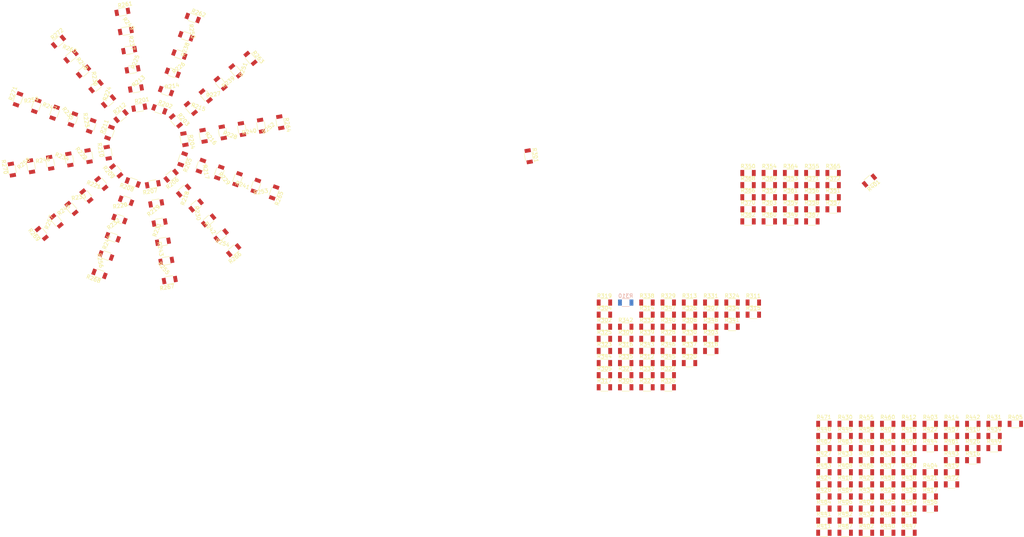
<source format=kicad_pcb>
(kicad_pcb (version 20211014) (generator pcbnew)
  (layers (0 "F.Cu" signal) (31 "B.Cu" signal) (34 "B.Paste" user) (35 "F.Paste" user) (36 "B.SilkS" user "B.Silkscreen") (37 "F.SilkS" user "F.Silkscreen") (38 "B.Mask" user) (39 "F.Mask" user) (44 "Edge.Cuts" user))
  (net 0 "")
  (footprint "Passives:R1206M" (layer "F.Cu") (at 220.732 61.528)
    (fp_text reference "R364" (at 0 -1.75) (layer "F.SilkS"))
    (fp_text value "1k" hide)
    (pad "1" smd rect locked (at -1.5 0) (size 1 1.6) (layers "F.Cu" "F.Paste" "F.Mask"))
    (pad "2" smd rect locked (at 1.5 0) (size 1 1.6) (layers "F.Cu" "F.Paste" "F.Mask"))
  )
  (footprint "Passives:R1206M" (layer "F.Cu") (at 226.282 71.008)
    (fp_text reference "R358" (at 0 -1.75) (layer "F.SilkS"))
    (fp_text value "1k" hide)
    (pad "1" smd rect locked (at -1.5 0) (size 1 1.6) (layers "F.Cu" "F.Paste" "F.Mask"))
    (pad "2" smd rect locked (at 1.5 0) (size 1 1.6) (layers "F.Cu" "F.Paste" "F.Mask"))
  )
  (footprint "Passives:R1206M" (layer "F.Cu") (at 279.375 127.045)
    (fp_text reference "R405" (at 0 -1.75) (layer "F.SilkS"))
    (fp_text value "1k" hide)
    (pad "1" smd rect locked (at -1.5 0) (size 1 1.6) (layers "F.Cu" "F.Paste" "F.Mask"))
    (pad "2" smd rect locked (at 1.5 0) (size 1 1.6) (layers "F.Cu" "F.Paste" "F.Mask"))
  )
  (footprint "Passives:R1206M" (layer "F.Cu") (at 28.696072 45.768335 70)
    (fp_text reference "R247" (at 1.016 -1.750001 160) (layer "F.SilkS"))
    (fp_text value "1k" hide)
    (pad "1" smd rect locked (at -1.5 0 70) (size 1 1.6) (layers "F.Cu" "F.Paste" "F.Mask"))
    (pad "2" smd rect locked (at 1.5 0 70) (size 1 1.6) (layers "F.Cu" "F.Paste" "F.Mask"))
  )
  (footprint "Passives:R1206M" (layer "F.Cu") (at 36.998242 67.517091 130)
    (fp_text reference "R233" (at 1.016 -1.75 10) (layer "F.SilkS"))
    (fp_text value "1k" hide)
    (pad "1" smd rect locked (at -1.5 0 130) (size 1 1.6) (layers "F.Cu" "F.Paste" "F.Mask"))
    (pad "2" smd rect locked (at 1.5 0 130) (size 1 1.6) (layers "F.Cu" "F.Paste" "F.Mask"))
  )
  (footprint "Passives:R1206M" (layer "F.Cu") (at 43.016988 50.980722 70)
    (fp_text reference "R211" (at 1.016 -1.750001 70) (layer "F.SilkS"))
    (fp_text value "1k" hide)
    (pad "1" smd rect locked (at -1.5 0 70) (size 1 1.6) (layers "F.Cu" "F.Paste" "F.Mask"))
    (pad "2" smd rect locked (at 1.5 0 70) (size 1 1.6) (layers "F.Cu" "F.Paste" "F.Mask"))
  )
  (footprint "Passives:R1206M" (layer "F.Cu") (at 268.275 127.045)
    (fp_text reference "R442" (at 0 -1.75) (layer "F.SilkS"))
    (fp_text value "1k" hide)
    (pad "1" smd rect locked (at -1.5 0) (size 1 1.6) (layers "F.Cu" "F.Paste" "F.Mask"))
    (pad "2" smd rect locked (at 1.5 0) (size 1 1.6) (layers "F.Cu" "F.Paste" "F.Mask"))
  )
  (footprint "Passives:R1206M" (layer "F.Cu") (at 38.243349 49.24326 70)
    (fp_text reference "R223" (at 1.016 -1.750001 100) (layer "F.SilkS"))
    (fp_text value "1k" hide)
    (pad "1" smd rect locked (at -1.5 0 70) (size 1 1.6) (layers "F.Cu" "F.Paste" "F.Mask"))
    (pad "2" smd rect locked (at 1.5 0 70) (size 1 1.6) (layers "F.Cu" "F.Paste" "F.Mask"))
  )
  (footprint "Passives:R1206M" (layer "F.Cu") (at 246.075 155.485)
    (fp_text reference "R440" (at 0 -1.75) (layer "F.SilkS"))
    (fp_text value "1k" hide)
    (pad "1" smd rect locked (at -1.5 0) (size 1 1.6) (layers "F.Cu" "F.Paste" "F.Mask"))
    (pad "2" smd rect locked (at 1.5 0) (size 1 1.6) (layers "F.Cu" "F.Paste" "F.Mask"))
  )
  (footprint "Passives:R1206M" (layer "F.Cu") (at 246.075 149.165)
    (fp_text reference "R425" (at 0 -1.75) (layer "F.SilkS"))
    (fp_text value "1k" hide)
    (pad "1" smd rect locked (at -1.5 0) (size 1 1.6) (layers "F.Cu" "F.Paste" "F.Mask"))
    (pad "2" smd rect locked (at 1.5 0) (size 1 1.6) (layers "F.Cu" "F.Paste" "F.Mask"))
  )
  (footprint "Passives:R1206M" (layer "F.Cu") (at 234.975 127.045)
    (fp_text reference "R430" (at 0 -1.75) (layer "F.SilkS"))
    (fp_text value "1k" hide)
    (pad "1" smd rect locked (at -1.5 0) (size 1 1.6) (layers "F.Cu" "F.Paste" "F.Mask"))
    (pad "2" smd rect locked (at 1.5 0) (size 1 1.6) (layers "F.Cu" "F.Paste" "F.Mask"))
  )
  (footprint "Passives:R1206M" (layer "F.Cu") (at 29.706737 27.215106 40)
    (fp_text reference "R272" (at 1.016 -1.750001 40) (layer "F.SilkS"))
    (fp_text value "1k" hide)
    (pad "1" smd rect locked (at -1.5 0 40) (size 1 1.6) (layers "F.Cu" "F.Paste" "F.Mask"))
    (pad "2" smd rect locked (at 1.5 0 40) (size 1 1.6) (layers "F.Cu" "F.Paste" "F.Mask"))
  )
  (footprint "Passives:R1206M" (layer "F.Cu") (at 183.26 114.325)
    (fp_text reference "R333" (at 0 -1.75) (layer "F.SilkS"))
    (fp_text value "1k" hide)
    (pad "1" smd rect locked (at -1.5 0) (size 1 1.6) (layers "F.Cu" "F.Paste" "F.Mask"))
    (pad "2" smd rect locked (at 1.5 0) (size 1 1.6) (layers "F.Cu" "F.Paste" "F.Mask"))
  )
  (footprint "Passives:R1206M" (layer "F.Cu") (at 273.825 133.365)
    (fp_text reference "R449" (at 0 -1.75) (layer "F.SilkS"))
    (fp_text value "1k" hide)
    (pad "1" smd rect locked (at -1.5 0) (size 1 1.6) (layers "F.Cu" "F.Paste" "F.Mask"))
    (pad "2" smd rect locked (at 1.5 0) (size 1 1.6) (layers "F.Cu" "F.Paste" "F.Mask"))
  )
  (footprint "Passives:R1206M" (layer "F.Cu") (at 23.922434 44.030873 70)
    (fp_text reference "R259" (at 1.016 -1.750001 10) (layer "F.SilkS"))
    (fp_text value "1k" hide)
    (pad "1" smd rect locked (at -1.5 0 70) (size 1 1.6) (layers "F.Cu" "F.Paste" "F.Mask"))
    (pad "2" smd rect locked (at 1.5 0 70) (size 1 1.6) (layers "F.Cu" "F.Paste" "F.Mask"))
  )
  (footprint "Passives:R1206M" (layer "F.Cu") (at 209.632 67.848)
    (fp_text reference "R366" (at 0 -1.75) (layer "F.SilkS"))
    (fp_text value "1k" hide)
    (pad "1" smd rect locked (at -1.5 0) (size 1 1.6) (layers "F.Cu" "F.Paste" "F.Mask"))
    (pad "2" smd rect locked (at 1.5 0) (size 1 1.6) (layers "F.Cu" "F.Paste" "F.Mask"))
  )
  (footprint "Passives:R1206M" (layer "F.Cu") (at 183.26 101.685)
    (fp_text reference "R332" (at 0 -1.75) (layer "F.SilkS"))
    (fp_text value "1k" hide)
    (pad "1" smd rect locked (at -1.5 0) (size 1 1.6) (layers "F.Cu" "F.Paste" "F.Mask"))
    (pad "2" smd rect locked (at 1.5 0) (size 1 1.6) (layers "F.Cu" "F.Paste" "F.Mask"))
  )
  (footprint "Passives:R1206M" (layer "F.Cu") (at 273.825 130.205)
    (fp_text reference "R439" (at 0 -1.75) (layer "F.SilkS"))
    (fp_text value "1k" hide)
    (pad "1" smd rect locked (at -1.5 0) (size 1 1.6) (layers "F.Cu" "F.Paste" "F.Mask"))
    (pad "2" smd rect locked (at 1.5 0) (size 1 1.6) (layers "F.Cu" "F.Paste" "F.Mask"))
  )
  (footprint "Passives:R1206M" (layer "F.Cu") (at 246.075 146.005)
    (fp_text reference "R423" (at 0 -1.75) (layer "F.SilkS"))
    (fp_text value "1k" hide)
    (pad "1" smd rect locked (at -1.5 0) (size 1 1.6) (layers "F.Cu" "F.Paste" "F.Mask"))
    (pad "2" smd rect locked (at 1.5 0) (size 1 1.6) (layers "F.Cu" "F.Paste" "F.Mask"))
  )
  (footprint "Passives:R1206M" (layer "F.Cu") (at 220.732 67.848)
    (fp_text reference "R361" (at 0 -1.75) (layer "F.SilkS"))
    (fp_text value "1k" hide)
    (pad "1" smd rect locked (at -1.5 0) (size 1 1.6) (layers "F.Cu" "F.Paste" "F.Mask"))
    (pad "2" smd rect locked (at 1.5 0) (size 1 1.6) (layers "F.Cu" "F.Paste" "F.Mask"))
  )
  (footprint "Passives:R1206M" (layer "F.Cu") (at 183.26 104.845)
    (fp_text reference "R339" (at 0 -1.75) (layer "F.SilkS"))
    (fp_text value "1k" hide)
    (pad "1" smd rect locked (at -1.5 0) (size 1 1.6) (layers "F.Cu" "F.Paste" "F.Mask"))
    (pad "2" smd rect locked (at 1.5 0) (size 1 1.6) (layers "F.Cu" "F.Paste" "F.Mask"))
  )
  (footprint "Passives:R1206M" (layer "F.Cu") (at 251.625 136.525)
    (fp_text reference "R451" (at 0 -1.75) (layer "F.SilkS"))
    (fp_text value "1k" hide)
    (pad "1" smd rect locked (at -1.5 0) (size 1 1.6) (layers "F.Cu" "F.Paste" "F.Mask"))
    (pad "2" smd rect locked (at 1.5 0) (size 1 1.6) (layers "F.Cu" "F.Paste" "F.Mask"))
  )
  (footprint "Passives:R1206M" (layer "F.Cu") (at 199.91 101.685)
    (fp_text reference "R348" (at 0 -1.75) (layer "F.SilkS"))
    (fp_text value "1k" hide)
    (pad "1" smd rect locked (at -1.5 0) (size 1 1.6) (layers "F.Cu" "F.Paste" "F.Mask"))
    (pad "2" smd rect locked (at 1.5 0) (size 1 1.6) (layers "F.Cu" "F.Paste" "F.Mask"))
  )
  (footprint "Passives:R1206M" (layer "F.Cu") (at 42.558619 56.219912 100)
    (fp_text reference "R210" (at 1.016 -1.75 100) (layer "F.SilkS"))
    (fp_text value "1k" hide)
    (pad "1" smd rect locked (at -1.5 0 100) (size 1 1.6) (layers "F.Cu" "F.Paste" "F.Mask"))
    (pad "2" smd rect locked (at 1.5 0 100) (size 1 1.6) (layers "F.Cu" "F.Paste" "F.Mask"))
  )
  (footprint "Passives:R1206M" (layer "F.Cu") (at 42.768182 42.781129 40)
    (fp_text reference "R224" (at 1.016 -1.750001 70) (layer "F.SilkS"))
    (fp_text value "1k" hide)
    (pad "1" smd rect locked (at -1.5 0 40) (size 1 1.6) (layers "F.Cu" "F.Paste" "F.Mask"))
    (pad "2" smd rect locked (at 1.5 0 40) (size 1 1.6) (layers "F.Cu" "F.Paste" "F.Mask"))
  )
  (footprint "Passives:R1206M" (layer "F.Cu") (at 188.81 108.005)
    (fp_text reference "R346" (at 0 -1.75) (layer "F.SilkS"))
    (fp_text value "1k" hide)
    (pad "1" smd rect locked (at -1.5 0) (size 1 1.6) (layers "F.Cu" "F.Paste" "F.Mask"))
    (pad "2" smd rect locked (at 1.5 0) (size 1 1.6) (layers "F.Cu" "F.Paste" "F.Mask"))
  )
  (footprint "Passives:R1206M" (layer "F.Cu") (at 72.575559 50.927116 -80)
    (fp_text reference "R228" (at 1.016 -1.75 160) (layer "F.SilkS"))
    (fp_text value "1k" hide)
    (pad "1" smd rect locked (at -1.5 0 280) (size 1 1.6) (layers "F.Cu" "F.Paste" "F.Mask"))
    (pad "2" smd rect locked (at 1.5 0 280) (size 1 1.6) (layers "F.Cu" "F.Paste" "F.Mask"))
  )
  (footprint "Passives:R1206M" (layer "F.Cu") (at 188.81 101.685)
    (fp_text reference "R340" (at 0 -1.75) (layer "F.SilkS"))
    (fp_text value "1k" hide)
    (pad "1" smd rect locked (at -1.5 0) (size 1 1.6) (layers "F.Cu" "F.Paste" "F.Mask"))
    (pad "2" smd rect locked (at 1.5 0) (size 1 1.6) (layers "F.Cu" "F.Paste" "F.Mask"))
  )
  (footprint "Passives:R1206M" (layer "F.Cu") (at 251.625 142.845)
    (fp_text reference "R438" (at 0 -1.75) (layer "F.SilkS"))
    (fp_text value "1k" hide)
    (pad "1" smd rect locked (at -1.5 0) (size 1 1.6) (layers "F.Cu" "F.Paste" "F.Mask"))
    (pad "2" smd rect locked (at 1.5 0) (size 1 1.6) (layers "F.Cu" "F.Paste" "F.Mask"))
  )
  (footprint "Passives:R1206M" (layer "F.Cu") (at 220.732 74.168)
    (fp_text reference "R349" (at 0 -1.75) (layer "F.SilkS"))
    (fp_text value "1k" hide)
    (pad "1" smd rect locked (at -1.5 0) (size 1 1.6) (layers "F.Cu" "F.Paste" "F.Mask"))
    (pad "2" smd rect locked (at 1.5 0) (size 1 1.6) (layers "F.Cu" "F.Paste" "F.Mask"))
  )
  (footprint "Passives:R1206M" (layer "F.Cu") (at 183.26 98.525)
    (fp_text reference "R314" (at 0 -1.75) (layer "F.SilkS"))
    (fp_text value "1k" hide)
    (pad "1" smd rect locked (at -1.5 0) (size 1 1.6) (layers "F.Cu" "F.Paste" "F.Mask"))
    (pad "2" smd rect locked (at 1.5 0) (size 1 1.6) (layers "F.Cu" "F.Paste" "F.Mask"))
  )
  (footprint "Passives:R1206M" (layer "F.Cu") (at 60.347277 47.924925 -50)
    (fp_text reference "R203" (at 1.015999 -1.75 130) (layer "F.SilkS"))
    (fp_text value "1k" hide)
    (pad "1" smd rect locked (at -1.5 0 310) (size 1 1.6) (layers "F.Cu" "F.Paste" "F.Mask"))
    (pad "2" smd rect locked (at 1.5 0 310) (size 1 1.6) (layers "F.Cu" "F.Paste" "F.Mask"))
  )
  (footprint "Passives:R1206M" (layer "F.Cu") (at 36.237459 34.998117 40)
    (fp_text reference "R248" (at 1.016 -1.750001 130) (layer "F.SilkS"))
    (fp_text value "1k" hide)
    (pad "1" smd rect locked (at -1.5 0 40) (size 1 1.6) (layers "F.Cu" "F.Paste" "F.Mask"))
    (pad "2" smd rect locked (at 1.5 0 40) (size 1 1.6) (layers "F.Cu" "F.Paste" "F.Mask"))
  )
  (footprint "Passives:R1206M" (layer "F.Cu") (at 72.156432 77.804681 -140)
    (fp_text reference "R254" (at 1.016 -1.75 160) (layer "F.SilkS"))
    (fp_text value "1k" hide)
    (pad "1" smd rect locked (at -1.5 0 220) (size 1 1.6) (layers "F.Cu" "F.Paste" "F.Mask"))
    (pad "2" smd rect locked (at 1.5 0 220) (size 1 1.6) (layers "F.Cu" "F.Paste" "F.Mask"))
  )
  (footprint "Passives:R1206M" (layer "F.Cu") (at 226.282 61.528)
    (fp_text reference "R355" (at 0 -1.75) (layer "F.SilkS"))
    (fp_text value "1k" hide)
    (pad "1" smd rect locked (at -1.5 0) (size 1 1.6) (layers "F.Cu" "F.Paste" "F.Mask"))
    (pad "2" smd rect locked (at 1.5 0) (size 1 1.6) (layers "F.Cu" "F.Paste" "F.Mask"))
  )
  (footprint "Passives:R1206M" (layer "F.Cu") (at 205.46 95.365)
    (fp_text reference "R324" (at 0 -1.75) (layer "F.SilkS"))
    (fp_text value "1k" hide)
    (pad "1" smd rect locked (at -1.5 0) (size 1 1.6) (layers "F.Cu" "F.Paste" "F.Mask"))
    (pad "2" smd rect locked (at 1.5 0) (size 1 1.6) (layers "F.Cu" "F.Paste" "F.Mask"))
  )
  (footprint "Passives:R1206M" (layer "F.Cu") (at 49.035735 34.444353 10)
    (fp_text reference "R225" (at 1.016 -1.75 70) (layer "F.SilkS"))
    (fp_text value "1k" hide)
    (pad "1" smd rect locked (at -1.5 0 10) (size 1 1.6) (layers "F.Cu" "F.Paste" "F.Mask"))
    (pad "2" smd rect locked (at 1.5 0 10) (size 1 1.6) (layers "F.Cu" "F.Paste" "F.Mask"))
  )
  (footprint "Passives:R1206M" (layer "F.Cu") (at 67.572736 51.809249 -80)
    (fp_text reference "R216" (at 1.016 -1.75 130) (layer "F.SilkS"))
    (fp_text value "1k" hide)
    (pad "1" smd rect locked (at -1.5 0 280) (size 1 1.6) (layers "F.Cu" "F.Paste" "F.Mask"))
    (pad "2" smd rect locked (at 1.5 0 280) (size 1 1.6) (layers "F.Cu" "F.Paste" "F.Mask"))
  )
  (footprint "Passives:R1206M" (layer "F.Cu") (at 188.81 111.165)
    (fp_text reference "R345" (at 0 -1.75) (layer "F.SilkS"))
    (fp_text value "1k" hide)
    (pad "1" smd rect locked (at -1.5 0) (size 1 1.6) (layers "F.Cu" "F.Paste" "F.Mask"))
    (pad "2" smd rect locked (at 1.5 0) (size 1 1.6) (layers "F.Cu" "F.Paste" "F.Mask"))
  )
  (footprint "Passives:R1206M" (layer "F.Cu") (at 229.425 142.845)
    (fp_text reference "R424" (at 0 -1.75) (layer "F.SilkS"))
    (fp_text value "1k" hide)
    (pad "1" smd rect locked (at -1.5 0) (size 1 1.6) (layers "F.Cu" "F.Paste" "F.Mask"))
    (pad "2" smd rect locked (at 1.5 0) (size 1 1.6) (layers "F.Cu" "F.Paste" "F.Mask"))
  )
  (footprint "Passives:R1206M" (layer "F.Cu") (at 40.402029 87.871116 160)
    (fp_text reference "R268" (at 1.016 -1.75 160) (layer "F.SilkS"))
    (fp_text value "1k" hide)
    (pad "1" smd rect locked (at -1.5 0 160) (size 1 1.6) (layers "F.Cu" "F.Paste" "F.Mask"))
    (pad "2" smd rect locked (at 1.5 0 160) (size 1 1.6) (layers "F.Cu" "F.Paste" "F.Mask"))
  )
  (footprint "Passives:R1206M" (layer "F.Cu") (at 188.81 114.325)
    (fp_text reference "R322" (at 0 -1.75) (layer "F.SilkS"))
    (fp_text value "1k" hide)
    (pad "1" smd rect locked (at -1.5 0) (size 1 1.6) (layers "F.Cu" "F.Paste" "F.Mask"))
    (pad "2" smd rect locked (at 1.5 0) (size 1 1.6) (layers "F.Cu" "F.Paste" "F.Mask"))
  )
  (footprint "Passives:R1206M" (layer "F.Cu") (at 240.525 139.685)
    (fp_text reference "R466" (at 0 -1.75) (layer "F.SilkS"))
    (fp_text value "1k" hide)
    (pad "1" smd rect locked (at -1.5 0) (size 1 1.6) (layers "F.Cu" "F.Paste" "F.Mask"))
    (pad "2" smd rect locked (at 1.5 0) (size 1 1.6) (layers "F.Cu" "F.Paste" "F.Mask"))
  )
  (footprint "Passives:R1206M" (layer "F.Cu") (at 54.328531 64.461294 -170)
    (fp_text reference "R207" (at 1.016 -1.75 10) (layer "F.SilkS"))
    (fp_text value "1k" hide)
    (pad "1" smd rect locked (at -1.5 0 190) (size 1 1.6) (layers "F.Cu" "F.Paste" "F.Mask"))
    (pad "2" smd rect locked (at 1.5 0 190) (size 1 1.6) (layers "F.Cu" "F.Paste" "F.Mask"))
  )
  (footprint "Passives:R1206M" (layer "F.Cu") (at 229.425 136.525)
    (fp_text reference "R427" (at 0 -1.75) (layer "F.SilkS"))
    (fp_text value "1k" hide)
    (pad "1" smd rect locked (at -1.5 0) (size 1 1.6) (layers "F.Cu" "F.Paste" "F.Mask"))
    (pad "2" smd rect locked (at 1.5 0) (size 1 1.6) (layers "F.Cu" "F.Paste" "F.Mask"))
  )
  (footprint "Passives:R1206M" (layer "F.Cu") (at 177.71 117.485)
    (fp_text reference "R306" (at 0 -1.75) (layer "F.SilkS"))
    (fp_text value "1k" hide)
    (pad "1" smd rect locked (at -1.5 0) (size 1 1.6) (layers "F.Cu" "F.Paste" "F.Mask"))
    (pad "2" smd rect locked (at 1.5 0) (size 1 1.6) (layers "F.Cu" "F.Paste" "F.Mask"))
  )
  (footprint "Passives:R1206M" (layer "F.Cu") (at 257.175 142.845)
    (fp_text reference "R421" (at 0 -1.75) (layer "F.SilkS"))
    (fp_text value "1k" hide)
    (pad "1" smd rect locked (at -1.5 0) (size 1 1.6) (layers "F.Cu" "F.Paste" "F.Mask"))
    (pad "2" smd rect locked (at 1.5 0) (size 1 1.6) (layers "F.Cu" "F.Paste" "F.Mask"))
  )
  (footprint "Passives:R1206M" (layer "F.Cu") (at 56.092796 74.46694 -170)
    (fp_text reference "R231" (at 1.016 -1.75 70) (layer "F.SilkS"))
    (fp_text value "1k" hide)
    (pad "1" smd rect locked (at -1.5 0 190) (size 1 1.6) (layers "F.Cu" "F.Paste" "F.Mask"))
    (pad "2" smd rect locked (at 1.5 0 190) (size 1 1.6) (layers "F.Cu" "F.Paste" "F.Mask"))
  )
  (footprint "Passives:R1206M" (layer "F.Cu") (at 215.182 74.168)
    (fp_text reference "R360" (at 0 -1.75) (layer "F.SilkS"))
    (fp_text value "1k" hide)
    (pad "1" smd rect locked (at -1.5 0) (size 1 1.6) (layers "F.Cu" "F.Paste" "F.Mask"))
    (pad "2" smd rect locked (at 1.5 0) (size 1 1.6) (layers "F.Cu" "F.Paste" "F.Mask"))
  )
  (footprint "Passives:R1206M" (layer "F.Cu") (at 215.182 67.848)
    (fp_text reference "R352" (at 0 -1.75) (layer "F.SilkS"))
    (fp_text value "1k" hide)
    (pad "1" smd rect locked (at -1.5 0) (size 1 1.6) (layers "F.Cu" "F.Paste" "F.Mask"))
    (pad "2" smd rect locked (at 1.5 0) (size 1 1.6) (layers "F.Cu" "F.Paste" "F.Mask"))
  )
  (footprint "Passives:R1206M" (layer "F.Cu") (at 57.776652 40.13473 -20)
    (fp_text reference "R214" (at 1.015999 -1.75 10) (layer "F.SilkS"))
    (fp_text value "1k" hide)
    (pad "1" smd rect locked (at -1.5 0 340) (size 1 1.6) (layers "F.Cu" "F.Paste" "F.Mask"))
    (pad "2" smd rect locked (at 1.5 0 340) (size 1 1.6) (layers "F.Cu" "F.Paste" "F.Mask"))
  )
  (footprint "Passives:R1206M" (layer "F.Cu") (at 55.210664 69.464117 -170)
    (fp_text reference "R219" (at 1.016 -1.75 40) (layer "F.SilkS"))
    (fp_text value "1k" hide)
    (pad "1" smd rect locked (at -1.5 0 190) (size 1 1.6) (layers "F.Cu" "F.Paste" "F.Mask"))
    (pad "2" smd rect locked (at 1.5 0 190) (size 1 1.6) (layers "F.Cu" "F.Paste" "F.Mask"))
  )
  (footprint "Passives:R1206M" (layer "F.Cu") (at 246.075 136.525)
    (fp_text reference "R436" (at 0 -1.75) (layer "F.SilkS"))
    (fp_text value "1k" hide)
    (pad "1" smd rect locked (at -1.5 0) (size 1 1.6) (layers "F.Cu" "F.Paste" "F.Mask"))
    (pad "2" smd rect locked (at 1.5 0) (size 1 1.6) (layers "F.Cu" "F.Paste" "F.Mask"))
  )
  (footprint "Passives:R1206M" (layer "F.Cu") (at 62.111542 57.930571 -110)
    (fp_text reference "R205" (at 1.016 -1.749999 70) (layer "F.SilkS"))
    (fp_text value "1k" hide)
    (pad "1" smd rect locked (at -1.5 0 250) (size 1 1.6) (layers "F.Cu" "F.Paste" "F.Mask"))
    (pad "2" smd rect locked (at 1.5 0 250) (size 1 1.6) (layers "F.Cu" "F.Paste" "F.Mask"))
  )
  (footprint "Passives:R1206M" (layer "F.Cu") (at 183.26 108.005)
    (fp_text reference "R343" (at 0 -1.75) (layer "F.SilkS"))
    (fp_text value "1k" hide)
    (pad "1" smd rect locked (at -1.5 0) (size 1 1.6) (layers "F.Cu" "F.Paste" "F.Mask"))
    (pad "2" smd rect locked (at 1.5 0) (size 1 1.6) (layers "F.Cu" "F.Paste" "F.Mask"))
  )
  (footprint "Passives:R1206M" (layer "F.Cu") (at 246.075 130.205)
    (fp_text reference "R407" (at 0 -1.75) (layer "F.SilkS"))
    (fp_text value "1k" hide)
    (pad "1" smd rect locked (at -1.5 0) (size 1 1.6) (layers "F.Cu" "F.Paste" "F.Mask"))
    (pad "2" smd rect locked (at 1.5 0) (size 1 1.6) (layers "F.Cu" "F.Paste" "F.Mask"))
  )
  (footprint "Passives:R1206M" (layer "F.Cu") (at 29.21523 74.047813 130)
    (fp_text reference "R257" (at 1.016 -1.75 70) (layer "F.SilkS"))
    (fp_text value "1k" hide)
    (pad "1" smd rect locked (at -1.5 0 130) (size 1 1.6) (layers "F.Cu" "F.Paste" "F.Mask"))
    (pad "2" smd rect locked (at 1.5 0 130) (size 1 1.6) (layers "F.Cu" "F.Paste" "F.Mask"))
  )
  (footprint "Passives:R1206M" (layer "F.Cu") (at 33.106736 70.782452 130)
    (fp_text reference "R245" (at 1.016 -1.75 40) (layer "F.SilkS"))
    (fp_text value "1k" hide)
    (pad "1" smd rect locked (at -1.5 0 130) (size 1 1.6) (layers "F.Cu" "F.Paste" "F.Mask"))
    (pad "2" smd rect locked (at 1.5 0 130) (size 1 1.6) (layers "F.Cu" "F.Paste" "F.Mask"))
  )
  (footprint "Passives:R1206M" (layer "F.Cu") (at 62.360349 66.130164 -140)
    (fp_text reference "R218" (at 1.016 -1.75 70) (layer "F.SilkS"))
    (fp_text value "1k" hide)
    (pad "1" smd rect locked (at -1.5 0 220) (size 1 1.6) (layers "F.Cu" "F.Paste" "F.Mask"))
    (pad "2" smd rect locked (at 1.5 0 220) (size 1 1.6) (layers "F.Cu" "F.Paste" "F.Mask"))
  )
  (footprint "Passives:R1206M" (layer "F.Cu") (at 231.832 67.848)
    (fp_text reference "R351" (at 0 -1.75) (layer "F.SilkS"))
    (fp_text value "1k" hide)
    (pad "1" smd rect locked (at -1.5 0) (size 1 1.6) (layers "F.Cu" "F.Paste" "F.Mask"))
    (pad "2" smd rect locked (at 1.5 0) (size 1 1.6) (layers "F.Cu" "F.Paste" "F.Mask"))
  )
  (footprint "Passives:R1206M" (layer "F.Cu") (at 209.632 74.168)
    (fp_text reference "R362" (at 0 -1.75) (layer "F.SilkS"))
    (fp_text value "1k" hide)
    (pad "1" smd rect locked (at -1.5 0) (size 1 1.6) (layers "F.Cu" "F.Paste" "F.Mask"))
    (pad "2" smd rect locked (at 1.5 0) (size 1 1.6) (layers "F.Cu" "F.Paste" "F.Mask"))
  )
  (footprint "Passives:R1206M" (layer "F.Cu") (at 209.632 61.528)
    (fp_text reference "R350" (at 0 -1.75) (layer "F.SilkS"))
    (fp_text value "1k" hide)
    (pad "1" smd rect locked (at -1.5 0) (size 1 1.6) (layers "F.Cu" "F.Paste" "F.Mask"))
    (pad "2" smd rect locked (at 1.5 0) (size 1 1.6) (layers "F.Cu" "F.Paste" "F.Mask"))
  )
  (footprint "Passives:R1206M" (layer "F.Cu") (at 199.91 108.005)
    (fp_text reference "R318" (at 0 -1.75) (layer "F.SilkS"))
    (fp_text value "1k" hide)
    (pad "1" smd rect locked (at -1.5 0) (size 1 1.6) (layers "F.Cu" "F.Paste" "F.Mask"))
    (pad "2" smd rect locked (at 1.5 0) (size 1 1.6) (layers "F.Cu" "F.Paste" "F.Mask"))
  )
  (footprint "Passives:R1206M" (layer "F.Cu") (at 47.351878 68.776562 160)
    (fp_text reference "R220" (at 1.016 -1.75 10) (layer "F.SilkS"))
    (fp_text value "1k" hide)
    (pad "1" smd rect locked (at -1.5 0 160) (size 1 1.6) (layers "F.Cu" "F.Paste" "F.Mask"))
    (pad "2" smd rect locked (at 1.5 0 160) (size 1 1.6) (layers "F.Cu" "F.Paste" "F.Mask"))
  )
  (footprint "Passives:R1206M" (layer "F.Cu") (at 44.781253 60.986369 130)
    (fp_text reference "R209" (at 1.016 -1.75 130) (layer "F.SilkS"))
    (fp_text value "1k" hide)
    (pad "1" smd rect locked (at -1.5 0 130) (size 1 1.6) (layers "F.Cu" "F.Paste" "F.Mask"))
    (pad "2" smd rect locked (at 1.5 0 130) (size 1 1.6) (layers "F.Cu" "F.Paste" "F.Mask"))
  )
  (footprint "Passives:R1206M" (layer "F.Cu") (at 229.425 155.485)
    (fp_text reference "R411" (at 0 -1.75) (layer "F.SilkS"))
    (fp_text value "1k" hide)
    (pad "1" smd rect locked (at -1.5 0) (size 1 1.6) (layers "F.Cu" "F.Paste" "F.Mask"))
    (pad "2" smd rect locked (at 1.5 0) (size 1 1.6) (layers "F.Cu" "F.Paste" "F.Mask"))
  )
  (footprint "Passives:R1206M" (layer "F.Cu") (at 229.425 149.165)
    (fp_text reference "R464" (at 0 -1.75) (layer "F.SilkS"))
    (fp_text value "1k" hide)
    (pad "1" smd rect locked (at -1.5 0) (size 1 1.6) (layers "F.Cu" "F.Paste" "F.Mask"))
    (pad "2" smd rect locked (at 1.5 0) (size 1 1.6) (layers "F.Cu" "F.Paste" "F.Mask"))
  )
  (footprint "Passives:R1206M" (layer "F.Cu") (at 257.175 133.365)
    (fp_text reference "R444" (at 0 -1.75) (layer "F.SilkS"))
    (fp_text value "1k" hide)
    (pad "1" smd rect locked (at -1.5 0) (size 1 1.6) (layers "F.Cu" "F.Paste" "F.Mask"))
    (pad "2" smd rect locked (at 1.5 0) (size 1 1.6) (layers "F.Cu" "F.Paste" "F.Mask"))
  )
  (footprint "Passives:R1206M" (layer "F.Cu") (at 246.075 142.845)
    (fp_text reference "R458" (at 0 -1.75) (layer "F.SilkS"))
    (fp_text value "1k" hide)
    (pad "1" smd rect locked (at -1.5 0) (size 1 1.6) (layers "F.Cu" "F.Paste" "F.Mask"))
    (pad "2" smd rect locked (at 1.5 0) (size 1 1.6) (layers "F.Cu" "F.Paste" "F.Mask"))
  )
  (footprint "Passives:R1206M" (layer "F.Cu") (at 226.282 67.848)
    (fp_text reference "R356" (at 0 -1.75) (layer "F.SilkS"))
    (fp_text value "1k" hide)
    (pad "1" smd rect locked (at -1.5 0) (size 1 1.6) (layers "F.Cu" "F.Paste" "F.Mask"))
    (pad "2" smd rect locked (at 1.5 0) (size 1 1.6) (layers "F.Cu" "F.Paste" "F.Mask"))
  )
  (footprint "Passives:R1206M" (layer "F.Cu") (at 46.389336 19.435883 10)
    (fp_text reference "R261" (at 1.016 -1.75 10) (layer "F.SilkS"))
    (fp_text value "1k" hide)
    (pad "1" smd rect locked (at -1.5 0 10) (size 1 1.6) (layers "F.Cu" "F.Paste" "F.Mask"))
    (pad "2" smd rect locked (at 1.5 0 10) (size 1 1.6) (layers "F.Cu" "F.Paste" "F.Mask"))
  )
  (footprint "Passives:R1206M" (layer "F.Cu") (at 240.525 152.325)
    (fp_text reference "R432" (at 0 -1.75) (layer "F.SilkS"))
    (fp_text value "1k" hide)
    (pad "1" smd rect locked (at -1.5 0) (size 1 1.6) (layers "F.Cu" "F.Paste" "F.Mask"))
    (pad "2" smd rect locked (at 1.5 0) (size 1 1.6) (layers "F.Cu" "F.Paste" "F.Mask"))
  )
  (footprint "Passives:R1206M" (layer "F.Cu") (at 246.075 133.365)
    (fp_text reference "R454" (at 0 -1.75) (layer "F.SilkS"))
    (fp_text value "1k" hide)
    (pad "1" smd rect locked (at -1.5 0) (size 1 1.6) (layers "F.Cu" "F.Paste" "F.Mask"))
    (pad "2" smd rect locked (at 1.5 0) (size 1 1.6) (layers "F.Cu" "F.Paste" "F.Mask"))
  )
  (footprint "Passives:R1206M" (layer "F.Cu") (at 50.8 44.45 10)
    (fp_text reference "R201" (at 1.016 -1.75 10) (layer "F.SilkS"))
    (fp_text value "1k" hide)
    (pad "1" smd rect locked (at -1.5 0 10) (size 1 1.6) (layers "F.Cu" "F.Paste" "F.Mask"))
    (pad "2" smd rect locked (at 1.5 0 10) (size 1 1.6) (layers "F.Cu" "F.Paste" "F.Mask"))
  )
  (footprint "Passives:R1206M" (layer "F.Cu") (at 57.857062 84.472587 -170)
    (fp_text reference "R255" (at 1.016 -1.75 130) (layer "F.SilkS"))
    (fp_text value "1k" hide)
    (pad "1" smd rect locked (at -1.5 0 190) (size 1 1.6) (layers "F.Cu" "F.Paste" "F.Mask"))
    (pad "2" smd rect locked (at 1.5 0 190) (size 1 1.6) (layers "F.Cu" "F.Paste" "F.Mask"))
  )
  (footprint "Passives:R1206M" (layer "F.Cu") (at 82.581206 49.16285 -80)
    (fp_text reference "R252" (at 1.016 -1.75 40) (layer "F.SilkS"))
    (fp_text value "1k" hide)
    (pad "1" smd rect locked (at -1.5 0 280) (size 1 1.6) (layers "F.Cu" "F.Paste" "F.Mask"))
    (pad "2" smd rect locked (at 1.5 0 280) (size 1 1.6) (layers "F.Cu" "F.Paste" "F.Mask"))
  )
  (footprint "Passives:R1206M" (layer "F.Cu") (at 37.555795 57.102045 100)
    (fp_text reference "R222" (at 1.016 -1.75 130) (layer "F.SilkS"))
    (fp_text value "1k" hide)
    (pad "1" smd rect locked (at -1.5 0 100) (size 1 1.6) (layers "F.Cu" "F.Paste" "F.Mask"))
    (pad "2" smd rect locked (at 1.5 0 100) (size 1 1.6) (layers "F.Cu" "F.Paste" "F.Mask"))
  )
  (footprint "Passives:R1206M" (layer "F.Cu") (at 62.989039 25.813815 -20)
    (fp_text reference "R250" (at 1.015999 -1.75 100) (layer "F.SilkS"))
    (fp_text value "1k" hide)
    (pad "1" smd rect locked (at -1.5 0 340) (size 1 1.6) (layers "F.Cu" "F.Paste" "F.Mask"))
    (pad "2" smd rect locked (at 1.5 0 340) (size 1 1.6) (layers "F.Cu" "F.Paste" "F.Mask"))
  )
  (footprint "Passives:R1206M" (layer "F.Cu") (at 231.832 64.688)
    (fp_text reference "R372" (at 0 -1.75) (layer "F.SilkS"))
    (fp_text value "1k" hide)
    (pad "1" smd rect locked (at -1.5 0) (size 1 1.6) (layers "F.Cu" "F.Paste" "F.Mask"))
    (pad "2" smd rect locked (at 1.5 0) (size 1 1.6) (layers "F.Cu" "F.Paste" "F.Mask"))
  )
  (footprint "Passives:R1206M" (layer "F.Cu") (at 152.4 57.15 -80)
    (fp_text reference "R301" (at 0 -1.75 100) (layer "F.SilkS"))
    (fp_text value "1k" hide)
    (pad "1" smd rect locked (at -1.5 0 280) (size 1 1.6) (layers "F.Cu" "F.Paste" "F.Mask"))
    (pad "2" smd rect locked (at 1.5 0 280) (size 1 1.6) (layers "F.Cu" "F.Paste" "F.Mask"))
  )
  (footprint "Passives:R1206M" (layer "F.Cu") (at 234.975 149.165)
    (fp_text reference "R406" (at 0 -1.75) (layer "F.SilkS"))
    (fp_text value "1k" hide)
    (pad "1" smd rect locked (at -1.5 0) (size 1 1.6) (layers "F.Cu" "F.Paste" "F.Mask"))
    (pad "2" smd rect locked (at 1.5 0) (size 1 1.6) (layers "F.Cu" "F.Paste" "F.Mask"))
  )
  (footprint "Passives:R1206M" (layer "F.Cu") (at 220.732 64.688)
    (fp_text reference "R353" (at 0 -1.75) (layer "F.SilkS"))
    (fp_text value "1k" hide)
    (pad "1" smd rect locked (at -1.5 0) (size 1 1.6) (layers "F.Cu" "F.Paste" "F.Mask"))
    (pad "2" smd rect locked (at 1.5 0) (size 1 1.6) (layers "F.Cu" "F.Paste" "F.Mask"))
  )
  (footprint "Passives:R1206M" (layer "F.Cu") (at 231.832 61.528)
    (fp_text reference "R365" (at 0 -1.75) (layer "F.SilkS"))
    (fp_text value "1k" hide)
    (pad "1" smd rect locked (at -1.5 0) (size 1 1.6) (layers "F.Cu" "F.Paste" "F.Mask"))
    (pad "2" smd rect locked (at 1.5 0) (size 1 1.6) (layers "F.Cu" "F.Paste" "F.Mask"))
  )
  (footprint "Passives:R1206M" (layer "F.Cu") (at 240.525 127.045)
    (fp_text reference "R455" (at 0 -1.75) (layer "F.SilkS"))
    (fp_text value "1k" hide)
    (pad "1" smd rect locked (at -1.5 0) (size 1 1.6) (layers "F.Cu" "F.Paste" "F.Mask"))
    (pad "2" smd rect locked (at 1.5 0) (size 1 1.6) (layers "F.Cu" "F.Paste" "F.Mask"))
  )
  (footprint "Passives:R1206M" (layer "F.Cu") (at 71.658819 61.405496 -110)
    (fp_text reference "R229" (at 1.016 -1.749999 130) (layer "F.SilkS"))
    (fp_text value "1k" hide)
    (pad "1" smd rect locked (at -1.5 0 250) (size 1 1.6) (layers "F.Cu" "F.Paste" "F.Mask"))
    (pad "2" smd rect locked (at 1.5 0 250) (size 1 1.6) (layers "F.Cu" "F.Paste" "F.Mask"))
  )
  (footprint "Passives:R1206M" (layer "F.Cu") (at 229.425 127.045)
    (fp_text reference "R471" (at 0 -1.75) (layer "F.SilkS"))
    (fp_text value "1k" hide)
    (pad "1" smd rect locked (at -1.5 0) (size 1 1.6) (layers "F.Cu" "F.Paste" "F.Mask"))
    (pad "2" smd rect locked (at 1.5 0) (size 1 1.6) (layers "F.Cu" "F.Paste" "F.Mask"))
  )
  (footprint "Passives:R1206M" (layer "F.Cu") (at 183.26 117.485)
    (fp_text reference "R327" (at 0 -1.75) (layer "F.SilkS"))
    (fp_text value "1k" hide)
    (pad "1" smd rect locked (at -1.5 0) (size 1 1.6) (layers "F.Cu" "F.Paste" "F.Mask"))
    (pad "2" smd rect locked (at 1.5 0) (size 1 1.6) (layers "F.Cu" "F.Paste" "F.Mask"))
  )
  (footprint "Passives:R1206M" (layer "F.Cu") (at 257.175 130.205)
    (fp_text reference "R422" (at 0 -1.75) (layer "F.SilkS"))
    (fp_text value "1k" hide)
    (pad "1" smd rect locked (at -1.5 0) (size 1 1.6) (layers "F.Cu" "F.Paste" "F.Mask"))
    (pad "2" smd rect locked (at 1.5 0) (size 1 1.6) (layers "F.Cu" "F.Paste" "F.Mask"))
  )
  (footprint "Passives:R1206M" (layer "F.Cu") (at 194.36 95.365)
    (fp_text reference "R313" (at 0 -1.75) (layer "F.SilkS"))
    (fp_text value "1k" hide)
    (pad "1" smd rect locked (at -1.5 0) (size 1 1.6) (layers "F.Cu" "F.Paste" "F.Mask"))
    (pad "2" smd rect locked (at 1.5 0) (size 1 1.6) (layers "F.Cu" "F.Paste" "F.Mask"))
  )
  (footprint "Passives:R1206M" (layer "F.Cu") (at 177.71 111.165)
    (fp_text reference "R335" (at 0 -1.75) (layer "F.SilkS"))
    (fp_text value "1k" hide)
    (pad "1" smd rect locked (at -1.5 0) (size 1 1.6) (layers "F.Cu" "F.Paste" "F.Mask"))
    (pad "2" smd rect locked (at 1.5 0) (size 1 1.6) (layers "F.Cu" "F.Paste" "F.Mask"))
  )
  (footprint "Passives:R1206M" (layer "F.Cu") (at 172.16 114.325)
    (fp_text reference "R305" (at 0 -1.75) (layer "F.SilkS"))
    (fp_text value "1k" hide)
    (pad "1" smd rect locked (at -1.5 0) (size 1 1.6) (layers "F.Cu" "F.Paste" "F.Mask"))
    (pad "2" smd rect locked (at 1.5 0) (size 1 1.6) (layers "F.Cu" "F.Paste" "F.Mask"))
  )
  (footprint "Passives:R1206M" (layer "F.Cu") (at 56.03919 44.908369 -20)
    (fp_text reference "R202" (at 1.015999 -1.75 160) (layer "F.SilkS"))
    (fp_text value "1k" hide)
    (pad "1" smd rect locked (at -1.5 0 340) (size 1 1.6) (layers "F.Cu" "F.Paste" "F.Mask"))
    (pad "2" smd rect locked (at 1.5 0 340) (size 1 1.6) (layers "F.Cu" "F.Paste" "F.Mask"))
  )
  (footprint "Passives:R1206M" (layer "F.Cu") (at 273.825 127.045)
    (fp_text reference "R431" (at 0 -1.75) (layer "F.SilkS"))
    (fp_text value "1k" hide)
    (pad "1" smd rect locked (at -1.5 0) (size 1 1.6) (layers "F.Cu" "F.Paste" "F.Mask"))
    (pad "2" smd rect locked (at 1.5 0) (size 1 1.6) (layers "F.Cu" "F.Paste" "F.Mask"))
  )
  (footprint "Passives:R1206M" (layer "F.Cu") (at 251.625 133.365)
    (fp_text reference "R470" (at 0 -1.75) (layer "F.SilkS"))
    (fp_text value "1k" hide)
    (pad "1" smd rect locked (at -1.5 0) (size 1 1.6) (layers "F.Cu" "F.Paste" "F.Mask"))
    (pad "2" smd rect locked (at 1.5 0) (size 1 1.6) (layers "F.Cu" "F.Paste" "F.Mask"))
  )
  (footprint "Passives:R1206M" (layer "F.Cu") (at 251.625 152.325)
    (fp_text reference "R413" (at 0 -1.75) (layer "F.SilkS"))
    (fp_text value "1k" hide)
    (pad "1" smd rect locked (at -1.5 0) (size 1 1.6) (layers "F.Cu" "F.Paste" "F.Mask"))
    (pad "2" smd rect locked (at 1.5 0) (size 1 1.6) (layers "F.Cu" "F.Paste" "F.Mask"))
  )
  (footprint "Passives:R1206M" (layer "F.Cu") (at 188.81 117.485)
    (fp_text reference "R336" (at 0 -1.75) (layer "F.SilkS"))
    (fp_text value "1k" hide)
    (pad "1" smd rect locked (at -1.5 0) (size 1 1.6) (layers "F.Cu" "F.Paste" "F.Mask"))
    (pad "2" smd rect locked (at 1.5 0) (size 1 1.6) (layers "F.Cu" "F.Paste" "F.Mask"))
  )
  (footprint "Passives:R1206M" (layer "F.Cu") (at 85.979735 66.617883 -110)
    (fp_text reference "R265" (at 1.016 -1.749999 70) (layer "F.SilkS"))
    (fp_text value "1k" hide)
    (pad "1" smd rect locked (at -1.5 0 250) (size 1 1.6) (layers "F.Cu" "F.Paste" "F.Mask"))
    (pad "2" smd rect locked (at 1.5 0 250) (size 1 1.6) (layers "F.Cu" "F.Paste" "F.Mask"))
  )
  (footprint "Passives:R1206M" (layer "F.Cu") (at 194.36 98.525)
    (fp_text reference "R326" (at 0 -1.75) (layer "F.SilkS"))
    (fp_text value "1k" hide)
    (pad "1" smd rect locked (at -1.5 0) (size 1 1.6) (layers "F.Cu" "F.Paste" "F.Mask"))
    (pad "2" smd rect locked (at 1.5 0) (size 1 1.6) (layers "F.Cu" "F.Paste" "F.Mask"))
  )
  (footprint "Passives:R1206M" (layer "F.Cu") (at 234.975 142.845)
    (fp_text reference "R418" (at 0 -1.75) (layer "F.SilkS"))
    (fp_text value "1k" hide)
    (pad "1" smd rect locked (at -1.5 0) (size 1 1.6) (layers "F.Cu" "F.Paste" "F.Mask"))
    (pad "2" smd rect locked (at 1.5 0) (size 1 1.6) (layers "F.Cu" "F.Paste" "F.Mask"))
  )
  (footprint "Passives:R1206M" (layer "F.Cu") (at 240.525 133.365)
    (fp_text reference "R446" (at 0 -1.75) (layer "F.SilkS"))
    (fp_text value "1k" hide)
    (pad "1" smd rect locked (at -1.5 0) (size 1 1.6) (layers "F.Cu" "F.Paste" "F.Mask"))
    (pad "2" smd rect locked (at 1.5 0) (size 1 1.6) (layers "F.Cu" "F.Paste" "F.Mask"))
  )
  (footprint "Passives:R1206M" (layer "F.Cu") (at 46.033543 46.672634 40)
    (fp_text reference "R212" (at 1.016 -1.750001 40) (layer "F.SilkS"))
    (fp_text value "1k" hide)
    (pad "1" smd rect locked (at -1.5 0 40) (size 1 1.6) (layers "F.Cu" "F.Paste" "F.Mask"))
    (pad "2" smd rect locked (at 1.5 0 40) (size 1 1.6) (layers "F.Cu" "F.Paste" "F.Mask"))
  )
  (footprint "Passives:R1206M" (layer "F.Cu") (at 220.732 71.008)
    (fp_text reference "R359" (at 0 -1.75) (layer "F.SilkS"))
    (fp_text value "1k" hide)
    (pad "1" smd rect locked (at -1.5 0) (size 1 1.6) (layers "F.Cu" "F.Paste" "F.Mask"))
    (pad "2" smd rect locked (at 1.5 0) (size 1 1.6) (layers "F.Cu" "F.Paste" "F.Mask"))
  )
  (footprint "Passives:R1206M" (layer "F.Cu") (at 240.525 155.485)
    (fp_text reference "R402" (at 0 -1.75) (layer "F.SilkS"))
    (fp_text value "1k" hide)
    (pad "1" smd rect locked (at -1.5 0) (size 1 1.6) (layers "F.Cu" "F.Paste" "F.Mask"))
    (pad "2" smd rect locked (at 1.5 0) (size 1 1.6) (layers "F.Cu" "F.Paste" "F.Mask"))
  )
  (footprint "Passives:R1206M" (layer "F.Cu") (at 251.625 130.205)
    (fp_text reference "R415" (at 0 -1.75) (layer "F.SilkS"))
    (fp_text value "1k" hide)
    (pad "1" smd rect locked (at -1.5 0) (size 1 1.6) (layers "F.Cu" "F.Paste" "F.Mask"))
    (pad "2" smd rect locked (at 1.5 0) (size 1 1.6) (layers "F.Cu" "F.Paste" "F.Mask"))
  )
  (footprint "Passives:R1206M" (layer "F.Cu") (at 251.625 139.685)
    (fp_text reference "R429" (at 0 -1.75) (layer "F.SilkS"))
    (fp_text value "1k" hide)
    (pad "1" smd rect locked (at -1.5 0) (size 1 1.6) (layers "F.Cu" "F.Paste" "F.Mask"))
    (pad "2" smd rect locked (at 1.5 0) (size 1 1.6) (layers "F.Cu" "F.Paste" "F.Mask"))
  )
  (footprint "Passives:R1206M" (layer "F.Cu") (at 257.175 146.005)
    (fp_text reference "R417" (at 0 -1.75) (layer "F.SilkS"))
    (fp_text value "1k" hide)
    (pad "1" smd rect locked (at -1.5 0) (size 1 1.6) (layers "F.Cu" "F.Paste" "F.Mask"))
    (pad "2" smd rect locked (at 1.5 0) (size 1 1.6) (layers "F.Cu" "F.Paste" "F.Mask"))
  )
  (footprint "Passives:R1206M" (layer "F.Cu") (at 229.425 146.005)
    (fp_text reference "R428" (at 0 -1.75) (layer "F.SilkS"))
    (fp_text value "1k" hide)
    (pad "1" smd rect locked (at -1.5 0) (size 1 1.6) (layers "F.Cu" "F.Paste" "F.Mask"))
    (pad "2" smd rect locked (at 1.5 0) (size 1 1.6) (layers "F.Cu" "F.Paste" "F.Mask"))
  )
  (footprint "Passives:R1206M" (layer "F.Cu") (at 68.891071 73.913175 -140)
    (fp_text reference "R242" (at 1.016 -1.75 130) (layer "F.SilkS"))
    (fp_text value "1k" hide)
    (pad "1" smd rect locked (at -1.5 0 220) (size 1 1.6) (layers "F.Cu" "F.Paste" "F.Mask"))
    (pad "2" smd rect locked (at 1.5 0 220) (size 1 1.6) (layers "F.Cu" "F.Paste" "F.Mask"))
  )
  (footprint "Passives:R1206M" (layer "F.Cu") (at 61.251577 30.587453 -20)
    (fp_text reference "R238" (at 1.015999 -1.75 70) (layer "F.SilkS"))
    (fp_text value "1k" hide)
    (pad "1" smd rect locked (at -1.5 0 340) (size 1 1.6) (layers "F.Cu" "F.Paste" "F.Mask"))
    (pad "2" smd rect locked (at 1.5 0 340) (size 1 1.6) (layers "F.Cu" "F.Paste" "F.Mask"))
  )
  (footprint "Passives:R1206M" (layer "F.Cu") (at 199.91 98.525)
    (fp_text reference "R307" (at 0 -1.75) (layer "F.SilkS"))
    (fp_text value "1k" hide)
    (pad "1" smd rect locked (at -1.5 0) (size 1 1.6) (layers "F.Cu" "F.Paste" "F.Mask"))
    (pad "2" smd rect locked (at 1.5 0) (size 1 1.6) (layers "F.Cu" "F.Paste" "F.Mask"))
  )
  (footprint "Passives:R1206M" (layer "F.Cu") (at 66.885181 59.668034 -110)
    (fp_text reference "R217" (at 1.016 -1.749999 100) (layer "F.SilkS"))
    (fp_text value "1k" hide)
    (pad "1" smd rect locked (at -1.5 0 250) (size 1 1.6) (layers "F.Cu" "F.Paste" "F.Mask"))
    (pad "2" smd rect locked (at 1.5 0 250) (size 1 1.6) (layers "F.Cu" "F.Paste" "F.Mask"))
  )
  (footprint "Passives:R1206M" (layer "F.Cu") (at 215.182 61.528)
    (fp_text reference "R354" (at 0 -1.75) (layer "F.SilkS"))
    (fp_text value "1k" hide)
    (pad "1" smd rect locked (at -1.5 0) (size 1 1.6) (layers "F.Cu" "F.Paste" "F.Mask"))
    (pad "2" smd rect locked (at 1.5 0) (size 1 1.6) (layers "F.Cu" "F.Paste" "F.Mask"))
  )
  (footprint "Passives:R1206M" (layer "F.Cu") (at 226.282 64.688)
    (fp_text reference "R371" (at 0 -1.75) (layer "F.SilkS"))
    (fp_text value "1k" hide)
    (pad "1" smd rect locked (at -1.5 0) (size 1 1.6) (layers "F.Cu" "F.Paste" "F.Mask"))
    (pad "2" smd rect locked (at 1.5 0) (size 1 1.6) (layers "F.Cu" "F.Paste" "F.Mask"))
  )
  (footprint "Passives:R1206M" (layer "F.Cu") (at 234.975 130.205)
    (fp_text reference "R445" (at 0 -1.75) (layer "F.SilkS"))
    (fp_text value "1k" hide)
    (pad "1" smd rect locked (at -1.5 0) (size 1 1.6) (layers "F.Cu" "F.Paste" "F.Mask"))
    (pad "2" smd rect locked (at 1.5 0) (size 1 1.6) (layers "F.Cu" "F.Paste" "F.Mask"))
  )
  (footprint "Passives:R1206M" (layer "F.Cu") (at 65.62571 70.02167 -140)
    (fp_text reference "R230" (at 1.016 -1.75 100) (layer "F.SilkS"))
    (fp_text value "1k" hide)
    (pad "1" smd rect locked (at -1.5 0 220) (size 1 1.6) (layers "F.Cu" "F.Paste" "F.Mask"))
    (pad "2" smd rect locked (at 1.5 0 220) (size 1 1.6) (layers "F.Cu" "F.Paste" "F.Mask"))
  )
  (footprint "Passives:R1206M" (layer "F.Cu") (at 77.578382 50.044983 -80)
    (fp_text reference "R240" (at 1.016 -1.75 10) (layer "F.SilkS"))
    (fp_text value "1k" hide)
    (pad "1" smd rect locked (at -1.5 0 280) (size 1 1.6) (layers "F.Cu" "F.Paste" "F.Mask"))
    (pad "2" smd rect locked (at 1.5 0 280) (size 1 1.6) (layers "F.Cu" "F.Paste" "F.Mask"))
  )
  (footprint "Passives:R1206M" (layer "F.Cu") (at 246.075 127.045)
    (fp_text reference "R460" (at 0 -1.75) (layer "F.SilkS"))
    (fp_text value "1k" hide)
    (pad "1" smd rect locked (at -1.5 0) (size 1 1.6) (layers "F.Cu" "F.Paste" "F.Mask"))
    (pad "2" smd rect locked (at 1.5 0) (size 1 1.6) (layers "F.Cu" "F.Paste" "F.Mask"))
  )
  (footprint "Passives:R1206M" (layer "F.Cu") (at 72.021794 38.128842 -50)
    (fp_text reference "R239" (at 1.015999 -1.75 40) (layer "F.SilkS"))
    (fp_text value "1k" hide)
    (pad "1" smd rect locked (at -1.5 0 310) (size 1 1.6) (layers "F.Cu" "F.Paste" "F.Mask"))
    (pad "2" smd rect locked (at 1.5 0 310) (size 1 1.6) (layers "F.Cu" "F.Paste" "F.Mask"))
  )
  (footprint "Passives:R1206M" (layer "F.Cu") (at 257.175 127.045)
    (fp_text reference "R403" (at 0 -1.75) (layer "F.SilkS"))
    (fp_text value "1k" hide)
    (pad "1" smd rect locked (at -1.5 0) (size 1 1.6) (layers "F.Cu" "F.Paste" "F.Mask"))
    (pad "2" smd rect locked (at 1.5 0) (size 1 1.6) (layers "F.Cu" "F.Paste" "F.Mask"))
  )
  (footprint "Passives:R1206M" (layer "F.Cu") (at 234.975 155.485)
    (fp_text reference "R467" (at 0 -1.75) (layer "F.SilkS"))
    (fp_text value "1k" hide)
    (pad "1" smd rect locked (at -1.5 0) (size 1 1.6) (layers "F.Cu" "F.Paste" "F.Mask"))
    (pad "2" smd rect locked (at 1.5 0) (size 1 1.6) (layers "F.Cu" "F.Paste" "F.Mask"))
  )
  (footprint "Passives:R1206M" (layer "F.Cu") (at 257.175 139.685)
    (fp_text reference "R404" (at 0 -1.75) (layer "F.SilkS"))
    (fp_text value "1k" hide)
    (pad "1" smd rect locked (at -1.5 0) (size 1 1.6) (layers "F.Cu" "F.Paste" "F.Mask"))
    (pad "2" smd rect locked (at 1.5 0) (size 1 1.6) (layers "F.Cu" "F.Paste" "F.Mask"))
  )
  (footprint "Passives:R1206M" (layer "F.Cu") (at 25.323724 77.313174 130)
    (fp_text reference "R269" (at 1.016 -1.75 130) (layer "F.SilkS"))
    (fp_text value "1k" hide)
    (pad "1" smd rect locked (at -1.5 0 130) (size 1 1.6) (layers "F.Cu" "F.Paste" "F.Mask"))
    (pad "2" smd rect locked (at 1.5 0 130) (size 1 1.6) (layers "F.Cu" "F.Paste" "F.Mask"))
  )
  (footprint "Passives:R1206M" (layer "F.Cu") (at 172.16 98.525)
    (fp_text reference "R304" (at 0 -1.75) (layer "F.SilkS"))
    (fp_text value "1k" hide)
    (pad "1" smd rect locked (at -1.5 0) (size 1 1.6) (layers "F.Cu" "F.Paste" "F.Mask"))
    (pad "2" smd rect locked (at 1.5 0) (size 1 1.6) (layers "F.Cu" "F.Paste" "F.Mask"))
  )
  (footprint "Passives:R1206M" (layer "F.Cu") (at 27.550149 58.86631 100)
    (fp_text reference "R246" (at 1.016 -1.75 10) (layer "F.SilkS"))
    (fp_text value "1k" hide)
    (pad "1" smd rect locked (at -1.5 0 100) (size 1 1.6) (layers "F.Cu" "F.Paste" "F.Mask"))
    (pad "2" smd rect locked (at 1.5 0 100) (size 1 1.6) (layers "F.Cu" "F.Paste" "F.Mask"))
  )
  (footprint "Passives:R1206M" (layer "F.Cu") (at 183.26 95.365)
    (fp_text reference "R338" (at 0 -1.75) (layer "F.SilkS"))
    (fp_text value "1k" hide)
    (pad "1" smd rect locked (at -1.5 0) (size 1 1.6) (layers "F.Cu" "F.Paste" "F.Mask"))
    (pad "2" smd rect locked (at 1.5 0) (size 1 1.6) (layers "F.Cu" "F.Paste" "F.Mask"))
  )
  (footprint "Passives:R1206M" (layer "F.Cu") (at 172.16 104.845)
    (fp_text reference "R325" (at 0 -1.75) (layer "F.SilkS"))
    (fp_text value "1k" hide)
    (pad "1" smd rect locked (at -1.5 0) (size 1 1.6) (layers "F.Cu" "F.Paste" "F.Mask"))
    (pad "2" smd rect locked (at 1.5 0) (size 1 1.6) (layers "F.Cu" "F.Paste" "F.Mask"))
  )
  (footprint "Passives:R1206M" (layer "F.Cu") (at 199.91 104.845)
    (fp_text reference "R303" (at 0 -1.75) (layer "F.SilkS"))
    (fp_text value "1k" hide)
    (pad "1" smd rect locked (at -1.5 0) (size 1 1.6) (layers "F.Cu" "F.Paste" "F.Mask"))
    (pad "2" smd rect locked (at 1.5 0) (size 1 1.6) (layers "F.Cu" "F.Paste" "F.Mask"))
  )
  (footprint "Passives:R1206M" (layer "F.Cu") (at 17.544502 60.630576 100)
    (fp_text reference "R270" (at 1.016 -1.75 100) (layer "F.SilkS"))
    (fp_text value "1k" hide)
    (pad "1" smd rect locked (at -1.5 0 100) (size 1 1.6) (layers "F.Cu" "F.Paste" "F.Mask"))
    (pad "2" smd rect locked (at 1.5 0 100) (size 1 1.6) (layers "F.Cu" "F.Paste" "F.Mask"))
  )
  (footprint "Passives:R1206M" (layer "F.Cu") (at 188.81 95.365)
    (fp_text reference "R329" (at 0 -1.75) (layer "F.SilkS"))
    (fp_text value "1k" hide)
    (pad "1" smd rect locked (at -1.5 0) (size 1 1.6) (layers "F.Cu" "F.Paste" "F.Mask"))
    (pad "2" smd rect locked (at 1.5 0) (size 1 1.6) (layers "F.Cu" "F.Paste" "F.Mask"))
  )
  (footprint "Passives:R1206M" (layer "F.Cu") (at 172.16 108.005)
    (fp_text reference "R323" (at 0 -1.75) (layer "F.SilkS"))
    (fp_text value "1k" hide)
    (pad "1" smd rect locked (at -1.5 0) (size 1 1.6) (layers "F.Cu" "F.Paste" "F.Mask"))
    (pad "2" smd rect locked (at 1.5 0) (size 1 1.6) (layers "F.Cu" "F.Paste" "F.Mask"))
  )
  (footprint "Passives:R1206M" (layer "F.Cu") (at 262.725 133.365)
    (fp_text reference "R461" (at 0 -1.75) (layer "F.SilkS"))
    (fp_text value "1k" hide)
    (pad "1" smd rect locked (at -1.5 0) (size 1 1.6) (layers "F.Cu" "F.Paste" "F.Mask"))
    (pad "2" smd rect locked (at 1.5 0) (size 1 1.6) (layers "F.Cu" "F.Paste" "F.Mask"))
  )
  (footprint "Passives:R1206M" (layer "F.Cu") (at 188.81 104.845)
    (fp_text reference "R328" (at 0 -1.75) (layer "F.SilkS"))
    (fp_text value "1k" hide)
    (pad "1" smd rect locked (at -1.5 0) (size 1 1.6) (layers "F.Cu" "F.Paste" "F.Mask"))
    (pad "2" smd rect locked (at 1.5 0) (size 1 1.6) (layers "F.Cu" "F.Paste" "F.Mask"))
  )
  (footprint "Passives:R1206M" (layer "F.Cu") (at 49.089341 64.002924 160)
    (fp_text reference "R208" (at 1.016 -1.75 160) (layer "F.SilkS"))
    (fp_text value "1k" hide)
    (pad "1" smd rect locked (at -1.5 0 160) (size 1 1.6) (layers "F.Cu" "F.Paste" "F.Mask"))
    (pad "2" smd rect locked (at 1.5 0 160) (size 1 1.6) (layers "F.Cu" "F.Paste" "F.Mask"))
  )
  (footprint "Passives:R1206M" (layer "F.Cu") (at 262.725 130.205)
    (fp_text reference "R457" (at 0 -1.75) (layer "F.SilkS"))
    (fp_text value "1k" hide)
    (pad "1" smd rect locked (at -1.5 0) (size 1 1.6) (layers "F.Cu" "F.Paste" "F.Mask"))
    (pad "2" smd rect locked (at 1.5 0) (size 1 1.6) (layers "F.Cu" "F.Paste" "F.Mask"))
  )
  (footprint "Passives:R1206M" (layer "F.Cu") (at 194.36 101.685)
    (fp_text reference "R308" (at 0 -1.75) (layer "F.SilkS"))
    (fp_text value "1k" hide)
    (pad "1" smd rect locked (at -1.5 0) (size 1 1.6) (layers "F.Cu" "F.Paste" "F.Mask"))
    (pad "2" smd rect locked (at 1.5 0) (size 1 1.6) (layers "F.Cu" "F.Paste" "F.Mask"))
  )
  (footprint "Passives:R1206M" (layer "F.Cu") (at 33.469711 47.505798 70)
    (fp_text reference "R235" (at 1.016 -1.750001 130) (layer "F.SilkS"))
    (fp_text value "1k" hide)
    (pad "1" smd rect locked (at -1.5 0 70) (size 1 1.6) (layers "F.Cu" "F.Paste" "F.Mask"))
    (pad "2" smd rect locked (at 1.5 0 70) (size 1 1.6) (layers "F.Cu" "F.Paste" "F.Mask"))
  )
  (footprint "Passives:R1206M" (layer "F.Cu") (at 172.16 111.165)
    (fp_text reference "R344" (at 0 -1.75) (layer "F.SilkS"))
    (fp_text value "1k" hide)
    (pad "1" smd rect locked (at -1.5 0) (size 1 1.6) (layers "F.Cu" "F.Paste" "F.Mask"))
    (pad "2" smd rect locked (at 1.5 0) (size 1 1.6) (layers "F.Cu" "F.Paste" "F.Mask"))
  )
  (footprint "Passives:R1206M" (layer "F.Cu") (at 172.16 101.685)
    (fp_text reference "R302" (at 0 -1.75) (layer "F.SilkS"))
    (fp_text value "1k" hide)
    (pad "1" smd rect locked (at -1.5 0) (size 1 1.6) (layers "F.Cu" "F.Paste" "F.Mask"))
    (pad "2" smd rect locked (at 1.5 0) (size 1 1.6) (layers "F.Cu" "F.Paste" "F.Mask"))
  )
  (footprint "Passives:R1206M" (layer "F.Cu") (at 240.525 130.205)
    (fp_text reference "R450" (at 0 -1.75) (layer "F.SilkS"))
    (fp_text value "1k" hide)
    (pad "1" smd rect locked (at -1.5 0) (size 1 1.6) (layers "F.Cu" "F.Paste" "F.Mask"))
    (pad "2" smd rect locked (at 1.5 0) (size 1 1.6) (layers "F.Cu" "F.Paste" "F.Mask"))
  )
  (footprint "Passives:R1206M" (layer "F.Cu") (at 75.9133 34.86348 -50)
    (fp_text reference "R251" (at 1.015999 -1.75 70) (layer "F.SilkS"))
    (fp_text value "1k" hide)
    (pad "1" smd rect locked (at -1.5 0 310) (size 1 1.6) (layers "F.Cu" "F.Paste" "F.Mask"))
    (pad "2" smd rect locked (at 1.5 0 310) (size 1 1.6) (layers "F.Cu" "F.Paste" "F.Mask"))
  )
  (footprint "Passives:R1206M" (layer "F.Cu") (at 246.075 139.685)
    (fp_text reference "R437" (at 0 -1.75) (layer "F.SilkS"))
    (fp_text value "1k" hide)
    (pad "1" smd rect locked (at -1.5 0) (size 1 1.6) (layers "F.Cu" "F.Paste" "F.Mask"))
    (pad "2" smd rect locked (at 1.5 0) (size 1 1.6) (layers "F.Cu" "F.Paste" "F.Mask"))
  )
  (footprint "Passives:R1206M" (layer "F.Cu") (at 229.425 152.325)
    (fp_text reference "R441" (at 0 -1.75) (layer "F.SilkS"))
    (fp_text value "1k" hide)
    (pad "1" smd rect locked (at -1.5 0) (size 1 1.6) (layers "F.Cu" "F.Paste" "F.Mask"))
    (pad "2" smd rect locked (at 1.5 0) (size 1 1.6) (layers "F.Cu" "F.Paste" "F.Mask"))
  )
  (footprint "Passives:R1206M" (layer "F.Cu") (at 68.130288 41.394203 -50)
    (fp_text reference "R227" (at 1.015999 -1.75 10) (layer "F.SilkS"))
    (fp_text value "1k" hide)
    (pad "1" smd rect locked (at -1.5 0 310) (size 1 1.6) (layers "F.Cu" "F.Paste" "F.Mask"))
    (pad "2" smd rect locked (at 1.5 0 310) (size 1 1.6) (layers "F.Cu" "F.Paste" "F.Mask"))
  )
  (footprint "Passives:R1206M" (layer "F.Cu") (at 19.148795 42.293411 70)
    (fp_text reference "R271" (at 1.016 -1.750001 70) (layer "F.SilkS"))
    (fp_text value "1k" hide)
    (pad "1" smd rect locked (at -1.5 0 70) (size 1 1.6) (layers "F.Cu" "F.Paste" "F.Mask"))
    (pad "2" smd rect locked (at 1.5 0 70) (size 1 1.6) (layers "F.Cu" "F.Paste" "F.Mask"))
  )
  (footprint "Passives:R1206M" (layer "F.Cu") (at 234.975 136.525)
    (fp_text reference "R433" (at 0 -1.75) (layer "F.SilkS"))
    (fp_text value "1k" hide)
    (pad "1" smd rect locked (at -1.5 0) (size 1 1.6) (layers "F.Cu" "F.Paste" "F.Mask"))
    (pad "2" smd rect locked (at 1.5 0) (size 1 1.6) (layers "F.Cu" "F.Paste" "F.Mask"))
  )
  (footprint "Passives:R1206M" (layer "F.Cu") (at 177.71 101.685)
    (fp_text reference "R342" (at 0 -1.75) (layer "F.SilkS"))
    (fp_text value "1k" hide)
    (pad "1" smd rect locked (at -1.5 0) (size 1 1.6) (layers "F.Cu" "F.Paste" "F.Mask"))
    (pad "2" smd rect locked (at 1.5 0) (size 1 1.6) (layers "F.Cu" "F.Paste" "F.Mask"))
  )
  (footprint "Passives:R1206M" (layer "F.Cu") (at 188.81 98.525)
    (fp_text reference "R347" (at 0 -1.75) (layer "F.SilkS"))
    (fp_text value "1k" hide)
    (pad "1" smd rect locked (at -1.5 0) (size 1 1.6) (layers "F.Cu" "F.Paste" "F.Mask"))
    (pad "2" smd rect locked (at 1.5 0) (size 1 1.6) (layers "F.Cu" "F.Paste" "F.Mask"))
  )
  (footprint "Passives:R1206M" (layer "F.Cu") (at 215.182 64.688)
    (fp_text reference "R369" (at 0 -1.75) (layer "F.SilkS"))
    (fp_text value "1k" hide)
    (pad "1" smd rect locked (at -1.5 0) (size 1 1.6) (layers "F.Cu" "F.Paste" "F.Mask"))
    (pad "2" smd rect locked (at 1.5 0) (size 1 1.6) (layers "F.Cu" "F.Paste" "F.Mask"))
  )
  (footprint "Passives:R1206M" (layer "F.Cu") (at 49.917867 39.447177 10)
    (fp_text reference "R213" (at 1.016 -1.75 40) (layer "F.SilkS"))
    (fp_text value "1k" hide)
    (pad "1" smd rect locked (at -1.5 0 10) (size 1 1.6) (layers "F.Cu" "F.Paste" "F.Mask"))
    (pad "2" smd rect locked (at 1.5 0 10) (size 1 1.6) (layers "F.Cu" "F.Paste" "F.Mask"))
  )
  (footprint "Passives:R1206M" (layer "F.Cu") (at 47.271469 24.438706 10)
    (fp_text reference "R249" (at 1.016 -1.75 130) (layer "F.SilkS"))
    (fp_text value "1k" hide)
    (pad "1" smd rect locked (at -1.5 0 10) (size 1 1.6) (layers "F.Cu" "F.Paste" "F.Mask"))
    (pad "2" smd rect locked (at 1.5 0 10) (size 1 1.6) (layers "F.Cu" "F.Paste" "F.Mask"))
  )
  (footprint "Passives:R1206M" (layer "F.Cu") (at 22.547325 59.748443 100)
    (fp_text reference "R258" (at 1.016 -1.75 40) (layer "F.SilkS"))
    (fp_text value "1k" hide)
    (pad "1" smd rect locked (at -1.5 0 100) (size 1 1.6) (layers "F.Cu" "F.Paste" "F.Mask"))
    (pad "2" smd rect locked (at 1.5 0 100) (size 1 1.6) (layers "F.Cu" "F.Paste" "F.Mask"))
  )
  (footprint "Passives:R1206M" (layer "F.Cu") (at 226.282 74.168)
    (fp_text reference "R367" (at 0 -1.75) (layer "F.SilkS"))
    (fp_text value "1k" hide)
    (pad "1" smd rect locked (at -1.5 0) (size 1 1.6) (layers "F.Cu" "F.Paste" "F.Mask"))
    (pad "2" smd rect locked (at 1.5 0) (size 1 1.6) (layers "F.Cu" "F.Paste" "F.Mask"))
  )
  (footprint "Passives:R1206M" (layer "F.Cu") (at 229.425 139.685)
    (fp_text reference "R453" (at 0 -1.75) (layer "F.SilkS"))
    (fp_text value "1k" hide)
    (pad "1" smd rect locked (at -1.5 0) (size 1 1.6) (layers "F.Cu" "F.Paste" "F.Mask"))
    (pad "2" smd rect locked (at 1.5 0) (size 1 1.6) (layers "F.Cu" "F.Paste" "F.Mask"))
  )
  (footprint "Passives:R1206M" (layer "F.Cu") (at 262.725 136.525)
    (fp_text reference "R443" (at 0 -1.75) (layer "F.SilkS"))
    (fp_text value "1k" hide)
    (pad "1" smd rect locked (at -1.5 0) (size 1 1.6) (layers "F.Cu" "F.Paste" "F.Mask"))
    (pad "2" smd rect locked (at 1.5 0) (size 1 1.6) (layers "F.Cu" "F.Paste" "F.Mask"))
  )
  (footprint "Passives:R1206M" (layer "F.Cu") (at 205.46 98.525)
    (fp_text reference "R334" (at 0 -1.75) (layer "F.SilkS"))
    (fp_text value "1k" hide)
    (pad "1" smd rect locked (at -1.5 0) (size 1 1.6) (layers "F.Cu" "F.Paste" "F.Mask"))
    (pad "2" smd rect locked (at 1.5 0) (size 1 1.6) (layers "F.Cu" "F.Paste" "F.Mask"))
  )
  (footprint "Passives:R1206M" (layer "F.Cu") (at 32.972098 31.106612 40)
    (fp_text reference "R260" (at 1.016 -1.750001 160) (layer "F.SilkS"))
    (fp_text value "1k" hide)
    (pad "1" smd rect locked (at -1.5 0 40) (size 1 1.6) (layers "F.Cu" "F.Paste" "F.Mask"))
    (pad "2" smd rect locked (at 1.5 0 40) (size 1 1.6) (layers "F.Cu" "F.Paste" "F.Mask"))
  )
  (footprint "Passives:R1206M" (layer "F.Cu") (at 268.275 130.205)
    (fp_text reference "R410" (at 0 -1.75) (layer "F.SilkS"))
    (fp_text value "1k" hide)
    (pad "1" smd rect locked (at -1.5 0) (size 1 1.6) (layers "F.Cu" "F.Paste" "F.Mask"))
    (pad "2" smd rect locked (at 1.5 0) (size 1 1.6) (layers "F.Cu" "F.Paste" "F.Mask"))
  )
  (footprint "Passives:R1206M" (layer "F.Cu") (at 211.01 98.525)
    (fp_text reference "R315" (at 0 -1.75) (layer "F.SilkS"))
    (fp_text value "1k" hide)
    (pad "1" smd rect locked (at -1.5 0) (size 1 1.6) (layers "F.Cu" "F.Paste" "F.Mask"))
    (pad "2" smd rect locked (at 1.5 0) (size 1 1.6) (layers "F.Cu" "F.Paste" "F.Mask"))
  )
  (footprint "Passives:R1206M" (layer "F.Cu") (at 58.739195 89.47541 -170)
    (fp_text reference "R267" (at 1.016 -1.75 -350) (layer "F.SilkS"))
    (fp_text value "1k" hide)
    (pad "1" smd rect locked (at -1.5 0 190) (size 1 1.6) (layers "F.Cu" "F.Paste" "F.Mask"))
    (pad "2" smd rect locked (at 1.5 0 190) (size 1 1.6) (layers "F.Cu" "F.Paste" "F.Mask"))
  )
  (footprint "Passives:R1206M" (layer "F.Cu") (at 262.725 139.685)
    (fp_text reference "R419" (at 0 -1.75) (layer "F.SilkS"))
    (fp_text value "1k" hide)
    (pad "1" smd rect locked (at -1.5 0) (size 1 1.6) (layers "F.Cu" "F.Paste" "F.Mask"))
    (pad "2" smd rect locked (at 1.5 0) (size 1 1.6) (layers "F.Cu" "F.Paste" "F.Mask"))
  )
  (footprint "Passives:R1206M" (layer "F.Cu") (at 194.36 104.845)
    (fp_text reference "R330" (at 0 -1.75) (layer "F.SilkS"))
    (fp_text value "1k" hide)
    (pad "1" smd rect locked (at -1.5 0) (size 1 1.6) (layers "F.Cu" "F.Paste" "F.Mask"))
    (pad "2" smd rect locked (at 1.5 0) (size 1 1.6) (layers "F.Cu" "F.Paste" "F.Mask"))
  )
  (footprint "Passives:R1206M" (layer "F.Cu") (at 39.50282 38.889623 40)
    (fp_text reference "R236" (at 1.016 -1.750001 100) (layer "F.SilkS"))
    (fp_text value "1k" hide)
    (pad "1" smd rect locked (at -1.5 0 40) (size 1 1.6) (layers "F.Cu" "F.Paste" "F.Mask"))
    (pad "2" smd rect locked (at 1.5 0 40) (size 1 1.6) (layers "F.Cu" "F.Paste" "F.Mask"))
  )
  (footprint "Passives:R1206M" (layer "F.Cu") (at 64.238783 44.659564 -50)
    (fp_text reference "R215" (at 1.015999 -1.75 160) (layer "F.SilkS"))
    (fp_text value "1k" hide)
    (pad "1" smd rect locked (at -1.5 0 310) (size 1 1.6) (layers "F.Cu" "F.Paste" "F.Mask"))
    (pad "2" smd rect locked (at 1.5 0 310) (size 1 1.6) (layers "F.Cu" "F.Paste" "F.Mask"))
  )
  (footprint "Passives:R1206M" (layer "F.Cu") (at 262.725 127.045)
    (fp_text reference "R414" (at 0 -1.75) (layer "F.SilkS"))
    (fp_text value "1k" hide)
    (pad "1" smd rect locked (at -1.5 0) (size 1 1.6) (layers "F.Cu" "F.Paste" "F.Mask"))
    (pad "2" smd rect locked (at 1.5 0) (size 1 1.6) (layers "F.Cu" "F.Paste" "F.Mask"))
  )
  (footprint "Passives:R1206M" (layer "F.Cu") (at 87.584029 48.280718 -80)
    (fp_text reference "R264" (at 1.016 -1.75 100) (layer "F.SilkS"))
    (fp_text value "1k" hide)
    (pad "1" smd rect locked (at -1.5 0 280) (size 1 1.6) (layers "F.Cu" "F.Paste" "F.Mask"))
    (pad "2" smd rect locked (at 1.5 0 280) (size 1 1.6) (layers "F.Cu" "F.Paste" "F.Mask"))
  )
  (footprint "Passives:R1206M" (layer "F.Cu") (at 177.71 104.845)
    (fp_text reference "R309" (at 0 -1.75) (layer "F.SilkS"))
    (fp_text value "1k" hide)
    (pad "1" smd rect locked (at -1.5 0) (size 1 1.6) (layers "F.Cu" "F.Paste" "F.Mask"))
    (pad "2" smd rect locked (at 1.5 0) (size 1 1.6) (layers "F.Cu" "F.Paste" "F.Mask"))
  )
  (footprint "Passives:R1206M" (layer "F.Cu") (at 45.614416 73.550201 160)
    (fp_text reference "R232" (at 1.016 -1.75 40) (layer "F.SilkS"))
    (fp_text value "1k" hide)
    (pad "1" smd rect locked (at -1.5 0 160) (size 1 1.6) (layers "F.Cu" "F.Paste" "F.Mask"))
    (pad "2" smd rect locked (at 1.5 0 160) (size 1 1.6) (layers "F.Cu" "F.Paste" "F.Mask"))
  )
  (footprint "Passives:R1206M" (layer "F.Cu") (at 262.725 142.845)
    (fp_text reference "R472" (at 0 -1.75) (layer "F.SilkS"))
    (fp_text value "1k" hide)
    (pad "1" smd rect locked (at -1.5 0) (size 1 1.6) (layers "F.Cu" "F.Paste" "F.Mask"))
    (pad "2" smd rect locked (at 1.5 0) (size 1 1.6) (layers "F.Cu" "F.Paste" "F.Mask"))
  )
  (footprint "Passives:R1206M" (layer "F.Cu") (at 251.625 146.005)
    (fp_text reference "R435" (at 0 -1.75) (layer "F.SilkS"))
    (fp_text value "1k" hide)
    (pad "1" smd rect locked (at -1.5 0) (size 1 1.6) (layers "F.Cu" "F.Paste" "F.Mask"))
    (pad "2" smd rect locked (at 1.5 0) (size 1 1.6) (layers "F.Cu" "F.Paste" "F.Mask"))
  )
  (footprint "Passives:R1206M" (layer "F.Cu") (at 211.01 95.365)
    (fp_text reference "R311" (at 0 -1.75) (layer "F.SilkS"))
    (fp_text value "1k" hide)
    (pad "1" smd rect locked (at -1.5 0) (size 1 1.6) (layers "F.Cu" "F.Paste" "F.Mask"))
    (pad "2" smd rect locked (at 1.5 0) (size 1 1.6) (layers "F.Cu" "F.Paste" "F.Mask"))
  )
  (footprint "Passives:R1206M" (layer "F.Cu") (at 209.632 71.008)
    (fp_text reference "R370" (at 0 -1.75) (layer "F.SilkS"))
    (fp_text value "1k" hide)
    (pad "1" smd rect locked (at -1.5 0) (size 1 1.6) (layers "F.Cu" "F.Paste" "F.Mask"))
    (pad "2" smd rect locked (at 1.5 0) (size 1 1.6) (layers "F.Cu" "F.Paste" "F.Mask"))
  )
  (footprint "Passives:R1206M" (layer "F.Cu") (at 64.726502 21.040177 -20)
    (fp_text reference "R262" (at 1.015999 -1.75 160) (layer "F.SilkS"))
    (fp_text value "1k" hide)
    (pad "1" smd rect locked (at -1.5 0 340) (size 1 1.6) (layers "F.Cu" "F.Paste" "F.Mask"))
    (pad "2" smd rect locked (at 1.5 0 340) (size 1 1.6) (layers "F.Cu" "F.Paste" "F.Mask"))
  )
  (footprint "Passives:R1206M" (layer "F.Cu") (at 268.275 133.365)
    (fp_text reference "R426" (at 0 -1.75) (layer "F.SilkS"))
    (fp_text value "1k" hide)
    (pad "1" smd rect locked (at -1.5 0) (size 1 1.6) (layers "F.Cu" "F.Paste" "F.Mask"))
    (pad "2" smd rect locked (at 1.5 0) (size 1 1.6) (layers "F.Cu" "F.Paste" "F.Mask"))
  )
  (footprint "Passives:R1206M" (layer "F.Cu") (at 56.974929 79.469764 -170)
    (fp_text reference "R243" (at 1.016 -1.75 100) (layer "F.SilkS"))
    (fp_text value "1k" hide)
    (pad "1" smd rect locked (at -1.5 0 190) (size 1 1.6) (layers "F.Cu" "F.Paste" "F.Mask"))
    (pad "2" smd rect locked (at 1.5 0 190) (size 1 1.6) (layers "F.Cu" "F.Paste" "F.Mask"))
  )
  (footprint "Passives:R1206M" (layer "F.Cu") (at 240.525 149.165)
    (fp_text reference "R409" (at 0 -1.75) (layer "F.SilkS"))
    (fp_text value "1k" hide)
    (pad "1" smd rect locked (at -1.5 0) (size 1 1.6) (layers "F.Cu" "F.Paste" "F.Mask"))
    (pad "2" smd rect locked (at 1.5 0) (size 1 1.6) (layers "F.Cu" "F.Paste" "F.Mask"))
  )
  (footprint "Passives:R1206M" (layer "F.Cu") (at 32.552972 57.984178 100)
    (fp_text reference "R234" (at 1.016 -1.75 160) (layer "F.SilkS"))
    (fp_text value "1k" hide)
    (pad "1" smd rect locked (at -1.5 0 100) (size 1 1.6) (layers "F.Cu" "F.Paste" "F.Mask"))
    (pad "2" smd rect locked (at 1.5 0 100) (size 1 1.6) (layers "F.Cu" "F.Paste" "F.Mask"))
  )
  (footprint "Passives:R1206M" (layer "F.Cu") (at 75.421793 81.696187 -140)
    (fp_text reference "R266" (at 1.016 -1.75 40) (layer "F.SilkS"))
    (fp_text value "1k" hide)
    (pad "1" smd rect locked (at -1.5 0 220) (size 1 1.6) (layers "F.Cu" "F.Paste" "F.Mask"))
    (pad "2" smd rect locked (at 1.5 0 220) (size 1 1.6) (layers "F.Cu" "F.Paste" "F.Mask"))
  )
  (footprint "Passives:R1206M" (layer "F.Cu") (at 205.46 101.685)
    (fp_text reference "R341" (at 0 -1.75) (layer "F.SilkS"))
    (fp_text value "1k" hide)
    (pad "1" smd rect locked (at -1.5 0) (size 1 1.6) (layers "F.Cu" "F.Paste" "F.Mask"))
    (pad "2" smd rect locked (at 1.5 0) (size 1 1.6) (layers "F.Cu" "F.Paste" "F.Mask"))
  )
  (footprint "Passives:R1206M" (layer "F.Cu") (at 251.625 155.485)
    (fp_text reference "R447" (at 0 -1.75) (layer "F.SilkS"))
    (fp_text value "1k" hide)
    (pad "1" smd rect locked (at -1.5 0) (size 1 1.6) (layers "F.Cu" "F.Paste" "F.Mask"))
    (pad "2" smd rect locked (at 1.5 0) (size 1 1.6) (layers "F.Cu" "F.Paste" "F.Mask"))
  )
  (footprint "Passives:R1206M" (layer "F.Cu") (at 199.91 95.365)
    (fp_text reference "R331" (at 0 -1.75) (layer "F.SilkS"))
    (fp_text value "1k" hide)
    (pad "1" smd rect locked (at -1.5 0) (size 1 1.6) (layers "F.Cu" "F.Paste" "F.Mask"))
    (pad "2" smd rect locked (at 1.5 0) (size 1 1.6) (layers "F.Cu" "F.Paste" "F.Mask"))
  )
  (footprint "Passives:R1206M" (layer "F.Cu") (at 209.632 64.688)
    (fp_text reference "R368" (at 0 -1.75) (layer "F.SilkS"))
    (fp_text value "1k" hide)
    (pad "1" smd rect locked (at -1.5 0) (size 1 1.6) (layers "F.Cu" "F.Paste" "F.Mask"))
    (pad "2" smd rect locked (at 1.5 0) (size 1 1.6) (layers "F.Cu" "F.Paste" "F.Mask"))
  )
  (footprint "Passives:R1206M" (layer "F.Cu") (at 183.26 111.165)
    (fp_text reference "R312" (at 0 -1.75) (layer "F.SilkS"))
    (fp_text value "1k" hide)
    (pad "1" smd rect locked (at -1.5 0) (size 1 1.6) (layers "F.Cu" "F.Paste" "F.Mask"))
    (pad "2" smd rect locked (at 1.5 0) (size 1 1.6) (layers "F.Cu" "F.Paste" "F.Mask"))
  )
  (footprint "Passives:R1206M" (layer "F.Cu") (at 81.206096 64.880421 -110)
    (fp_text reference "R253" (at 1.016 -1.749999 10) (layer "F.SilkS"))
    (fp_text value "1k" hide)
    (pad "1" smd rect locked (at -1.5 0 250) (size 1 1.6) (layers "F.Cu" "F.Paste" "F.Mask"))
    (pad "2" smd rect locked (at 1.5 0 250) (size 1 1.6) (layers "F.Cu" "F.Paste" "F.Mask"))
  )
  (footprint "Passives:R1206M" (layer "F.Cu") (at 172.16 117.485)
    (fp_text reference "R317" (at 0 -1.75) (layer "F.SilkS"))
    (fp_text value "1k" hide)
    (pad "1" smd rect locked (at -1.5 0) (size 1 1.6) (layers "F.Cu" "F.Paste" "F.Mask"))
    (pad "2" smd rect locked (at 1.5 0) (size 1 1.6) (layers "F.Cu" "F.Paste" "F.Mask"))
  )
  (footprint "Passives:R1206M" (layer "F.Cu") (at 59.514115 35.361092 -20)
    (fp_text reference "R226" (at 1.015999 -1.75 40) (layer "F.SilkS"))
    (fp_text value "1k" hide)
    (pad "1" smd rect locked (at -1.5 0 340) (size 1 1.6) (layers "F.Cu" "F.Paste" "F.Mask"))
    (pad "2" smd rect locked (at 1.5 0 340) (size 1 1.6) (layers "F.Cu" "F.Paste" "F.Mask"))
  )
  (footprint "Passives:R1206M" (layer "F.Cu") (at 42.139491 83.097478 160)
    (fp_text reference "R256" (at 1.016 -1.75 100) (layer "F.SilkS"))
    (fp_text value "1k" hide)
    (pad "1" smd rect locked (at -1.5 0 160) (size 1 1.6) (layers "F.Cu" "F.Paste" "F.Mask"))
    (pad "2" smd rect locked (at 1.5 0 160) (size 1 1.6) (layers "F.Cu" "F.Paste" "F.Mask"))
  )
  (footprint "Passives:R1206M" (layer "F.Cu") (at 251.625 127.045)
    (fp_text reference "R412" (at 0 -1.75) (layer "F.SilkS"))
    (fp_text value "1k" hide)
    (pad "1" smd rect locked (at -1.5 0) (size 1 1.6) (layers "F.Cu" "F.Paste" "F.Mask"))
    (pad "2" smd rect locked (at 1.5 0) (size 1 1.6) (layers "F.Cu" "F.Paste" "F.Mask"))
  )
  (footprint "Passives:R1206M" (layer "F.Cu") (at 229.425 130.205)
    (fp_text reference "R448" (at 0 -1.75) (layer "F.SilkS"))
    (fp_text value "1k" hide)
    (pad "1" smd rect locked (at -1.5 0) (size 1 1.6) (layers "F.Cu" "F.Paste" "F.Mask"))
    (pad "2" smd rect locked (at 1.5 0) (size 1 1.6) (layers "F.Cu" "F.Paste" "F.Mask"))
  )
  (footprint "Passives:R1206M" (layer "F.Cu") (at 76.432458 63.142958 -110)
    (fp_text reference "R241" (at 1.016 -1.749999 160) (layer "F.SilkS"))
    (fp_text value "1k" hide)
    (pad "1" smd rect locked (at -1.5 0 250) (size 1 1.6) (layers "F.Cu" "F.Paste" "F.Mask"))
    (pad "2" smd rect locked (at 1.5 0 250) (size 1 1.6) (layers "F.Cu" "F.Paste" "F.Mask"))
  )
  (footprint "Passives:R1206M" (layer "F.Cu") (at 43.876954 78.323839 160)
    (fp_text reference "R244" (at 1.016 -1.75 70) (layer "F.SilkS"))
    (fp_text value "1k" hide)
    (pad "1" smd rect locked (at -1.5 0 160) (size 1 1.6) (layers "F.Cu" "F.Paste" "F.Mask"))
    (pad "2" smd rect locked (at 1.5 0 160) (size 1 1.6) (layers "F.Cu" "F.Paste" "F.Mask"))
  )
  (footprint "Passives:R1206M" (layer "F.Cu") (at 240.525 146.005)
    (fp_text reference "R434" (at 0 -1.75) (layer "F.SilkS"))
    (fp_text value "1k" hide)
    (pad "1" smd rect locked (at -1.5 0) (size 1 1.6) (layers "F.Cu" "F.Paste" "F.Mask"))
    (pad "2" smd rect locked (at 1.5 0) (size 1 1.6) (layers "F.Cu" "F.Paste" "F.Mask"))
  )
  (footprint "Passives:R1206M" (layer "F.Cu") (at 268.275 136.525)
    (fp_text reference "R416" (at 0 -1.75) (layer "F.SilkS"))
    (fp_text value "1k" hide)
    (pad "1" smd rect locked (at -1.5 0) (size 1 1.6) (layers "F.Cu" "F.Paste" "F.Mask"))
    (pad "2" smd rect locked (at 1.5 0) (size 1 1.6) (layers "F.Cu" "F.Paste" "F.Mask"))
  )
  (footprint "Passives:R1206M" (layer "F.Cu") (at 234.975 146.005)
    (fp_text reference "R469" (at 0 -1.75) (layer "F.SilkS"))
    (fp_text value "1k" hide)
    (pad "1" smd rect locked (at -1.5 0) (size 1 1.6) (layers "F.Cu" "F.Paste" "F.Mask"))
    (pad "2" smd rect locked (at 1.5 0) (size 1 1.6) (layers "F.Cu" "F.Paste" "F.Mask"))
  )
  (footprint "Passives:R1206M" (layer "F.Cu") (at 240.525 136.525)
    (fp_text reference "R468" (at 0 -1.75) (layer "F.SilkS"))
    (fp_text value "1k" hide)
    (pad "1" smd rect locked (at -1.5 0) (size 1 1.6) (layers "F.Cu" "F.Paste" "F.Mask"))
    (pad "2" smd rect locked (at 1.5 0) (size 1 1.6) (layers "F.Cu" "F.Paste" "F.Mask"))
  )
  (footprint "Passives:R1206M" (layer "F.Cu") (at 177.71 108.005)
    (fp_text reference "R316" (at 0 -1.75) (layer "F.SilkS"))
    (fp_text value "1k" hide)
    (pad "1" smd rect locked (at -1.5 0) (size 1 1.6) (layers "F.Cu" "F.Paste" "F.Mask"))
    (pad "2" smd rect locked (at 1.5 0) (size 1 1.6) (layers "F.Cu" "F.Paste" "F.Mask"))
  )
  (footprint "Passives:R1206M" (layer "F.Cu") (at 40.889747 64.25173 130)
    (fp_text reference "R221" (at 1.016 -1.75 160) (layer "F.SilkS"))
    (fp_text value "1k" hide)
    (pad "1" smd rect locked (at -1.5 0 130) (size 1 1.6) (layers "F.Cu" "F.Paste" "F.Mask"))
    (pad "2" smd rect locked (at 1.5 0 130) (size 1 1.6) (layers "F.Cu" "F.Paste" "F.Mask"))
  )
  (footprint "Passives:R1206M" (layer "F.Cu") (at 234.975 152.325)
    (fp_text reference "R452" (at 0 -1.75) (layer "F.SilkS"))
    (fp_text value "1k" hide)
    (pad "1" smd rect locked (at -1.5 0) (size 1 1.6) (layers "F.Cu" "F.Paste" "F.Mask"))
    (pad "2" smd rect locked (at 1.5 0) (size 1 1.6) (layers "F.Cu" "F.Paste" "F.Mask"))
  )
  (footprint "Passives:R1206M" (layer "F.Cu") (at 194.36 111.165)
    (fp_text reference "R320" (at 0 -1.75) (layer "F.SilkS"))
    (fp_text value "1k" hide)
    (pad "1" smd rect locked (at -1.5 0) (size 1 1.6) (layers "F.Cu" "F.Paste" "F.Mask"))
    (pad "2" smd rect locked (at 1.5 0) (size 1 1.6) (layers "F.Cu" "F.Paste" "F.Mask"))
  )
  (footprint "Passives:R1206M" (layer "F.Cu") (at 234.975 133.365)
    (fp_text reference "R463" (at 0 -1.75) (layer "F.SilkS"))
    (fp_text value "1k" hide)
    (pad "1" smd rect locked (at -1.5 0) (size 1 1.6) (layers "F.Cu" "F.Paste" "F.Mask"))
    (pad "2" smd rect locked (at 1.5 0) (size 1 1.6) (layers "F.Cu" "F.Paste" "F.Mask"))
  )
  (footprint "Passives:R1206M" (layer "F.Cu") (at 251.625 149.165)
    (fp_text reference "R459" (at 0 -1.75) (layer "F.SilkS"))
    (fp_text value "1k" hide)
    (pad "1" smd rect locked (at -1.5 0) (size 1 1.6) (layers "F.Cu" "F.Paste" "F.Mask"))
    (pad "2" smd rect locked (at 1.5 0) (size 1 1.6) (layers "F.Cu" "F.Paste" "F.Mask"))
  )
  (footprint "Passives:R1206M" (layer "F.Cu") (at 241.3 63.5 -140)
    (fp_text reference "R401" (at 0 -1.75 40) (layer "F.SilkS"))
    (fp_text value "1k" hide)
    (pad "1" smd rect locked (at -1.5 0 220) (size 1 1.6) (layers "F.Cu" "F.Paste" "F.Mask"))
    (pad "2" smd rect locked (at 1.5 0 220) (size 1 1.6) (layers "F.Cu" "F.Paste" "F.Mask"))
  )
  (footprint "Passives:R1206M" (layer "F.Cu") (at 246.075 152.325)
    (fp_text reference "R465" (at 0 -1.75) (layer "F.SilkS"))
    (fp_text value "1k" hide)
    (pad "1" smd rect locked (at -1.5 0) (size 1 1.6) (layers "F.Cu" "F.Paste" "F.Mask"))
    (pad "2" smd rect locked (at 1.5 0) (size 1 1.6) (layers "F.Cu" "F.Paste" "F.Mask"))
  )
  (footprint "Passives:R1206M" (layer "F.Cu") (at 79.804806 31.598119 -50)
    (fp_text reference "R263" (at 1.015999 -1.75 130) (layer "F.SilkS"))
    (fp_text value "1k" hide)
    (pad "1" smd rect locked (at -1.5 0 310) (size 1 1.6) (layers "F.Cu" "F.Paste" "F.Mask"))
    (pad "2" smd rect locked (at 1.5 0 310) (size 1 1.6) (layers "F.Cu" "F.Paste" "F.Mask"))
  )
  (footprint "Passives:R1206M" (layer "F.Cu") (at 62.569912 52.691381 -80)
    (fp_text reference "R204" (at 1.016 -1.75 100) (layer "F.SilkS"))
    (fp_text value "1k" hide)
    (pad "1" smd rect locked (at -1.5 0 280) (size 1 1.6) (layers "F.Cu" "F.Paste" "F.Mask"))
    (pad "2" smd rect locked (at 1.5 0 280) (size 1 1.6) (layers "F.Cu" "F.Paste" "F.Mask"))
  )
  (footprint "Passives:R1206M" (layer "F.Cu") (at 240.525 142.845)
    (fp_text reference "R420" (at 0 -1.75) (layer "F.SilkS"))
    (fp_text value "1k" hide)
    (pad "1" smd rect locked (at -1.5 0) (size 1 1.6) (layers "F.Cu" "F.Paste" "F.Mask"))
    (pad "2" smd rect locked (at 1.5 0) (size 1 1.6) (layers "F.Cu" "F.Paste" "F.Mask"))
  )
  (footprint "Passives:R1206M" (layer "F.Cu") (at 234.975 139.685)
    (fp_text reference "R408" (at 0 -1.75) (layer "F.SilkS"))
    (fp_text value "1k" hide)
    (pad "1" smd rect locked (at -1.5 0) (size 1 1.6) (layers "F.Cu" "F.Paste" "F.Mask"))
    (pad "2" smd rect locked (at 1.5 0) (size 1 1.6) (layers "F.Cu" "F.Paste" "F.Mask"))
  )
  (footprint "Passives:R1206M" (layer "F.Cu") (at 177.71 114.325)
    (fp_text reference "R321" (at 0 -1.75) (layer "F.SilkS"))
    (fp_text value "1k" hide)
    (pad "1" smd rect locked (at -1.5 0) (size 1 1.6) (layers "F.Cu" "F.Paste" "F.Mask"))
    (pad "2" smd rect locked (at 1.5 0) (size 1 1.6) (layers "F.Cu" "F.Paste" "F.Mask"))
  )
  (footprint "Passives:R1206M" (layer "F.Cu") (at 215.182 71.008)
    (fp_text reference "R363" (at 0 -1.75) (layer "F.SilkS"))
    (fp_text value "1k" hide)
    (pad "1" smd rect locked (at -1.5 0) (size 1 1.6) (layers "F.Cu" "F.Paste" "F.Mask"))
    (pad "2" smd rect locked (at 1.5 0) (size 1 1.6) (layers "F.Cu" "F.Paste" "F.Mask"))
  )
  (footprint "Passives:R1206M" (layer "F.Cu") (at 48.153602 29.44153 10)
    (fp_text reference "R237" (at 1.016 -1.75 100) (layer "F.SilkS"))
    (fp_text value "1k" hide)
    (pad "1" smd rect locked (at -1.5 0 10) (size 1 1.6) (layers "F.Cu" "F.Paste" "F.Mask"))
    (pad "2" smd rect locked (at 1.5 0 10) (size 1 1.6) (layers "F.Cu" "F.Paste" "F.Mask"))
  )
  (footprint "Passives:R1206M" (layer "F.Cu") (at 257.175 149.165)
    (fp_text reference "R456" (at 0 -1.75) (layer "F.SilkS"))
    (fp_text value "1k" hide)
    (pad "1" smd rect locked (at -1.5 0) (size 1 1.6) (layers "F.Cu" "F.Paste" "F.Mask"))
    (pad "2" smd rect locked (at 1.5 0) (size 1 1.6) (layers "F.Cu" "F.Paste" "F.Mask"))
  )
  (footprint "Passives:R1206M" (layer "F.Cu") (at 172.16 95.365)
    (fp_text reference "R319" (at 0 -1.75) (layer "F.SilkS"))
    (fp_text value "1k" hide)
    (pad "1" smd rect locked (at -1.5 0) (size 1 1.6) (layers "F.Cu" "F.Paste" "F.Mask"))
    (pad "2" smd rect locked (at 1.5 0) (size 1 1.6) (layers "F.Cu" "F.Paste" "F.Mask"))
  )
  (footprint "Passives:R1206M" (layer "F.Cu") (at 194.36 108.005)
    (fp_text reference "R337" (at 0 -1.75) (layer "F.SilkS"))
    (fp_text value "1k" hide)
    (pad "1" smd rect locked (at -1.5 0) (size 1 1.6) (layers "F.Cu" "F.Paste" "F.Mask"))
    (pad "2" smd rect locked (at 1.5 0) (size 1 1.6) (layers "F.Cu" "F.Paste" "F.Mask"))
  )
  (footprint "Passives:R1206M" (layer "F.Cu") (at 229.425 133.365)
    (fp_text reference "R462" (at 0 -1.75) (layer "F.SilkS"))
    (fp_text value "1k" hide)
    (pad "1" smd rect locked (at -1.5 0) (size 1 1.6) (layers "F.Cu" "F.Paste" "F.Mask"))
    (pad "2" smd rect locked (at 1.5 0) (size 1 1.6) (layers "F.Cu" "F.Paste" "F.Mask"))
  )
  (footprint "Passives:R1206M" (layer "F.Cu") (at 59.094988 62.238658 -140)
    (fp_text reference "R206" (at 1.016 -1.75 40) (layer "F.SilkS"))
    (fp_text value "1k" hide)
    (pad "1" smd rect locked (at -1.5 0 220) (size 1 1.6) (layers "F.Cu" "F.Paste" "F.Mask"))
    (pad "2" smd rect locked (at 1.5 0 220) (size 1 1.6) (layers "F.Cu" "F.Paste" "F.Mask"))
  )
  (footprint "Passives:R1206M" (layer "F.Cu") (at 231.832 71.008)
    (fp_text reference "R357" (at 0 -1.75) (layer "F.SilkS"))
    (fp_text value "1k" hide)
    (pad "1" smd rect locked (at -1.5 0) (size 1 1.6) (layers "F.Cu" "F.Paste" "F.Mask"))
    (pad "2" smd rect locked (at 1.5 0) (size 1 1.6) (layers "F.Cu" "F.Paste" "F.Mask"))
  )
  (footprint "Passives:R1206M" (layer "B.Cu") (at 177.71 95.365 180)
    (fp_text reference "R310" (at 0 1.75) (layer "B.SilkS") (effects (justify mirror)))
    (fp_text value "1k" hide)
    (pad "1" smd rect locked (at -1.5 0 180) (size 1 1.6) (layers "B.Cu" "B.Paste" "B.Mask"))
    (pad "2" smd rect locked (at 1.5 0 180) (size 1 1.6) (layers "B.Cu" "B.Paste" "B.Mask"))
  )
)
</source>
